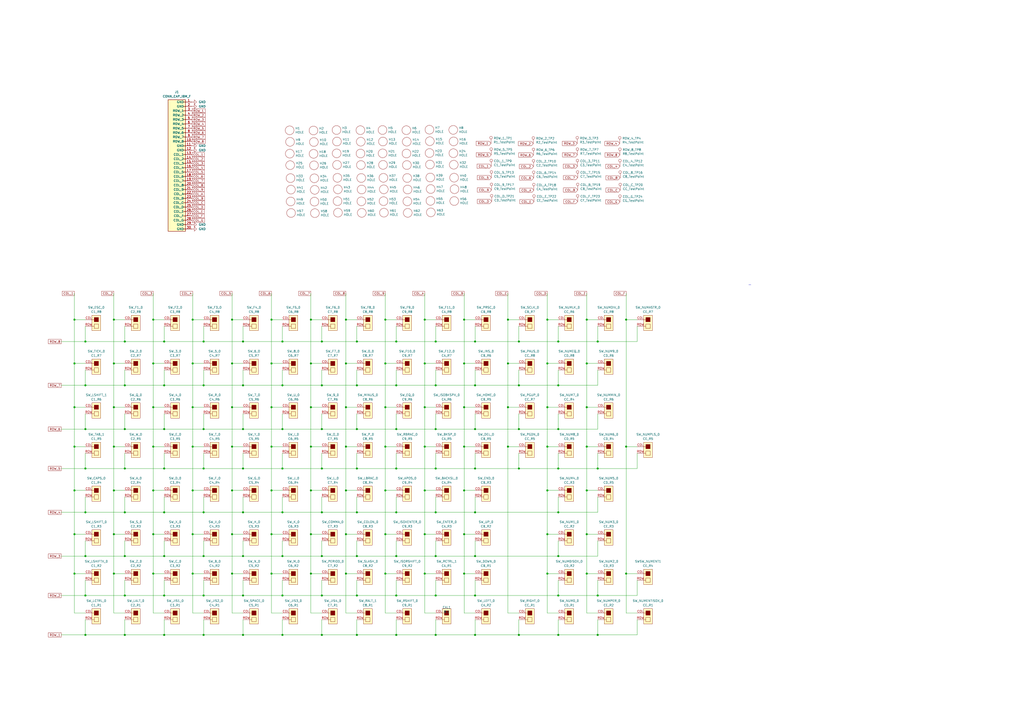
<source format=kicad_sch>
(kicad_sch (version 20210621) (generator eeschema)
  (paper "A2")
  (junction (at 43.18 185.42) (diameter 1.016))
  (junction (at 43.18 210.82) (diameter 1.016))
  (junction (at 43.18 236.22) (diameter 1.016))
  (junction (at 43.18 259.08) (diameter 1.016))
  (junction (at 43.18 284.48) (diameter 1.016))
  (junction (at 43.18 309.88) (diameter 1.016))
  (junction (at 43.18 332.74) (diameter 1.016))
  (junction (at 49.53 198.12) (diameter 1.016))
  (junction (at 49.53 223.52) (diameter 1.016))
  (junction (at 49.53 248.92) (diameter 1.016))
  (junction (at 49.53 271.78) (diameter 1.016))
  (junction (at 49.53 297.18) (diameter 1.016))
  (junction (at 49.53 322.58) (diameter 1.016))
  (junction (at 49.53 345.44) (diameter 1.016))
  (junction (at 49.53 368.3) (diameter 1.016))
  (junction (at 66.04 185.42) (diameter 1.016))
  (junction (at 66.04 210.82) (diameter 1.016))
  (junction (at 66.04 236.22) (diameter 1.016))
  (junction (at 66.04 259.08) (diameter 1.016))
  (junction (at 66.04 284.48) (diameter 1.016))
  (junction (at 66.04 309.88) (diameter 1.016))
  (junction (at 66.04 332.74) (diameter 1.016))
  (junction (at 72.39 198.12) (diameter 1.016))
  (junction (at 72.39 223.52) (diameter 1.016))
  (junction (at 72.39 248.92) (diameter 1.016))
  (junction (at 72.39 271.78) (diameter 1.016))
  (junction (at 72.39 297.18) (diameter 1.016))
  (junction (at 72.39 322.58) (diameter 1.016))
  (junction (at 72.39 345.44) (diameter 1.016))
  (junction (at 72.39 368.3) (diameter 1.016))
  (junction (at 88.9 185.42) (diameter 1.016))
  (junction (at 88.9 210.82) (diameter 1.016))
  (junction (at 88.9 236.22) (diameter 1.016))
  (junction (at 88.9 259.08) (diameter 1.016))
  (junction (at 88.9 284.48) (diameter 1.016))
  (junction (at 88.9 309.88) (diameter 1.016))
  (junction (at 88.9 332.74) (diameter 1.016))
  (junction (at 95.25 198.12) (diameter 1.016))
  (junction (at 95.25 223.52) (diameter 1.016))
  (junction (at 95.25 248.92) (diameter 1.016))
  (junction (at 95.25 271.78) (diameter 1.016))
  (junction (at 95.25 297.18) (diameter 1.016))
  (junction (at 95.25 322.58) (diameter 1.016))
  (junction (at 95.25 345.44) (diameter 1.016))
  (junction (at 95.25 368.3) (diameter 1.016))
  (junction (at 111.76 185.42) (diameter 1.016))
  (junction (at 111.76 210.82) (diameter 1.016))
  (junction (at 111.76 236.22) (diameter 1.016))
  (junction (at 111.76 259.08) (diameter 1.016))
  (junction (at 111.76 284.48) (diameter 1.016))
  (junction (at 111.76 309.88) (diameter 1.016))
  (junction (at 111.76 332.74) (diameter 1.016))
  (junction (at 118.11 198.12) (diameter 1.016))
  (junction (at 118.11 223.52) (diameter 1.016))
  (junction (at 118.11 248.92) (diameter 1.016))
  (junction (at 118.11 271.78) (diameter 1.016))
  (junction (at 118.11 297.18) (diameter 1.016))
  (junction (at 118.11 322.58) (diameter 1.016))
  (junction (at 118.11 345.44) (diameter 1.016))
  (junction (at 118.11 368.3) (diameter 1.016))
  (junction (at 134.62 185.42) (diameter 1.016))
  (junction (at 134.62 210.82) (diameter 1.016))
  (junction (at 134.62 236.22) (diameter 1.016))
  (junction (at 134.62 259.08) (diameter 1.016))
  (junction (at 134.62 284.48) (diameter 1.016))
  (junction (at 134.62 309.88) (diameter 1.016))
  (junction (at 134.62 332.74) (diameter 1.016))
  (junction (at 140.97 198.12) (diameter 1.016))
  (junction (at 140.97 223.52) (diameter 1.016))
  (junction (at 140.97 248.92) (diameter 1.016))
  (junction (at 140.97 271.78) (diameter 1.016))
  (junction (at 140.97 297.18) (diameter 1.016))
  (junction (at 140.97 322.58) (diameter 1.016))
  (junction (at 140.97 345.44) (diameter 1.016))
  (junction (at 140.97 368.3) (diameter 1.016))
  (junction (at 157.48 185.42) (diameter 1.016))
  (junction (at 157.48 210.82) (diameter 1.016))
  (junction (at 157.48 236.22) (diameter 1.016))
  (junction (at 157.48 259.08) (diameter 1.016))
  (junction (at 157.48 284.48) (diameter 1.016))
  (junction (at 157.48 309.88) (diameter 1.016))
  (junction (at 157.48 332.74) (diameter 1.016))
  (junction (at 163.83 198.12) (diameter 1.016))
  (junction (at 163.83 223.52) (diameter 1.016))
  (junction (at 163.83 248.92) (diameter 1.016))
  (junction (at 163.83 271.78) (diameter 1.016))
  (junction (at 163.83 297.18) (diameter 1.016))
  (junction (at 163.83 322.58) (diameter 1.016))
  (junction (at 163.83 345.44) (diameter 1.016))
  (junction (at 163.83 368.3) (diameter 1.016))
  (junction (at 180.34 185.42) (diameter 1.016))
  (junction (at 180.34 210.82) (diameter 1.016))
  (junction (at 180.34 236.22) (diameter 1.016))
  (junction (at 180.34 259.08) (diameter 1.016))
  (junction (at 180.34 284.48) (diameter 1.016))
  (junction (at 180.34 309.88) (diameter 1.016))
  (junction (at 180.34 332.74) (diameter 1.016))
  (junction (at 186.69 198.12) (diameter 1.016))
  (junction (at 186.69 223.52) (diameter 1.016))
  (junction (at 186.69 248.92) (diameter 1.016))
  (junction (at 186.69 271.78) (diameter 1.016))
  (junction (at 186.69 297.18) (diameter 1.016))
  (junction (at 186.69 322.58) (diameter 1.016))
  (junction (at 186.69 345.44) (diameter 1.016))
  (junction (at 186.69 368.3) (diameter 1.016))
  (junction (at 200.66 185.42) (diameter 1.016))
  (junction (at 200.66 210.82) (diameter 1.016))
  (junction (at 200.66 236.22) (diameter 1.016))
  (junction (at 200.66 259.08) (diameter 1.016))
  (junction (at 200.66 284.48) (diameter 1.016))
  (junction (at 200.66 309.88) (diameter 1.016))
  (junction (at 200.66 332.74) (diameter 1.016))
  (junction (at 207.01 198.12) (diameter 1.016))
  (junction (at 207.01 223.52) (diameter 1.016))
  (junction (at 207.01 248.92) (diameter 1.016))
  (junction (at 207.01 271.78) (diameter 1.016))
  (junction (at 207.01 297.18) (diameter 1.016))
  (junction (at 207.01 322.58) (diameter 1.016))
  (junction (at 207.01 345.44) (diameter 1.016))
  (junction (at 207.01 368.3) (diameter 1.016))
  (junction (at 223.52 185.42) (diameter 1.016))
  (junction (at 223.52 210.82) (diameter 1.016))
  (junction (at 223.52 236.22) (diameter 1.016))
  (junction (at 223.52 259.08) (diameter 1.016))
  (junction (at 223.52 284.48) (diameter 1.016))
  (junction (at 223.52 309.88) (diameter 1.016))
  (junction (at 223.52 332.74) (diameter 1.016))
  (junction (at 229.87 198.12) (diameter 1.016))
  (junction (at 229.87 223.52) (diameter 1.016))
  (junction (at 229.87 248.92) (diameter 1.016))
  (junction (at 229.87 271.78) (diameter 1.016))
  (junction (at 229.87 297.18) (diameter 1.016))
  (junction (at 229.87 322.58) (diameter 1.016))
  (junction (at 229.87 345.44) (diameter 1.016))
  (junction (at 229.87 368.3) (diameter 1.016))
  (junction (at 246.38 185.42) (diameter 1.016))
  (junction (at 246.38 210.82) (diameter 1.016))
  (junction (at 246.38 236.22) (diameter 1.016))
  (junction (at 246.38 259.08) (diameter 1.016))
  (junction (at 246.38 284.48) (diameter 1.016))
  (junction (at 246.38 309.88) (diameter 1.016))
  (junction (at 246.38 332.74) (diameter 1.016))
  (junction (at 252.73 198.12) (diameter 1.016))
  (junction (at 252.73 223.52) (diameter 1.016))
  (junction (at 252.73 248.92) (diameter 1.016))
  (junction (at 252.73 271.78) (diameter 1.016))
  (junction (at 252.73 297.18) (diameter 1.016))
  (junction (at 252.73 322.58) (diameter 1.016))
  (junction (at 252.73 345.44) (diameter 1.016))
  (junction (at 252.73 368.3) (diameter 1.016))
  (junction (at 269.24 185.42) (diameter 1.016))
  (junction (at 269.24 210.82) (diameter 1.016))
  (junction (at 269.24 236.22) (diameter 1.016))
  (junction (at 269.24 259.08) (diameter 1.016))
  (junction (at 269.24 284.48) (diameter 1.016))
  (junction (at 269.24 309.88) (diameter 1.016))
  (junction (at 269.24 332.74) (diameter 1.016))
  (junction (at 275.59 198.12) (diameter 1.016))
  (junction (at 275.59 223.52) (diameter 1.016))
  (junction (at 275.59 248.92) (diameter 1.016))
  (junction (at 275.59 271.78) (diameter 1.016))
  (junction (at 275.59 297.18) (diameter 1.016))
  (junction (at 275.59 322.58) (diameter 1.016))
  (junction (at 275.59 345.44) (diameter 1.016))
  (junction (at 275.59 368.3) (diameter 1.016))
  (junction (at 294.64 185.42) (diameter 1.016))
  (junction (at 294.64 210.82) (diameter 1.016))
  (junction (at 294.64 236.22) (diameter 1.016))
  (junction (at 294.64 259.08) (diameter 1.016))
  (junction (at 300.99 198.12) (diameter 1.016))
  (junction (at 300.99 223.52) (diameter 1.016))
  (junction (at 300.99 248.92) (diameter 1.016))
  (junction (at 300.99 271.78) (diameter 1.016))
  (junction (at 300.99 368.3) (diameter 1.016))
  (junction (at 317.5 185.42) (diameter 1.016))
  (junction (at 317.5 210.82) (diameter 1.016))
  (junction (at 317.5 236.22) (diameter 1.016))
  (junction (at 317.5 259.08) (diameter 1.016))
  (junction (at 317.5 284.48) (diameter 1.016))
  (junction (at 317.5 309.88) (diameter 1.016))
  (junction (at 317.5 332.74) (diameter 1.016))
  (junction (at 323.85 198.12) (diameter 1.016))
  (junction (at 323.85 223.52) (diameter 1.016))
  (junction (at 323.85 248.92) (diameter 1.016))
  (junction (at 323.85 271.78) (diameter 1.016))
  (junction (at 323.85 297.18) (diameter 1.016))
  (junction (at 323.85 322.58) (diameter 1.016))
  (junction (at 323.85 345.44) (diameter 1.016))
  (junction (at 323.85 368.3) (diameter 1.016))
  (junction (at 340.36 185.42) (diameter 1.016))
  (junction (at 340.36 210.82) (diameter 1.016))
  (junction (at 340.36 236.22) (diameter 1.016))
  (junction (at 340.36 259.08) (diameter 1.016))
  (junction (at 340.36 284.48) (diameter 1.016))
  (junction (at 340.36 309.88) (diameter 1.016))
  (junction (at 340.36 332.74) (diameter 1.016))
  (junction (at 346.71 198.12) (diameter 1.016))
  (junction (at 346.71 271.78) (diameter 1.016))
  (junction (at 346.71 345.44) (diameter 1.016))
  (junction (at 346.71 368.3) (diameter 1.016))
  (junction (at 363.22 185.42) (diameter 1.016))
  (junction (at 363.22 259.08) (diameter 1.016))
  (junction (at 363.22 332.74) (diameter 1.016))
  (wire (pts (xy 35.56 198.12) (xy 49.53 198.12)))
  (wire (pts (xy 35.56 223.52) (xy 49.53 223.52)))
  (wire (pts (xy 35.56 248.92) (xy 49.53 248.92)))
  (wire (pts (xy 35.56 271.78) (xy 49.53 271.78)))
  (wire (pts (xy 35.56 297.18) (xy 49.53 297.18)))
  (wire (pts (xy 35.56 322.58) (xy 49.53 322.58)))
  (wire (pts (xy 35.56 345.44) (xy 49.53 345.44)))
  (wire (pts (xy 35.56 368.3) (xy 49.53 368.3)))
  (wire (pts (xy 43.18 170.18) (xy 43.18 185.42)))
  (wire (pts (xy 43.18 185.42) (xy 43.18 210.82)))
  (wire (pts (xy 43.18 185.42) (xy 49.53 185.42)))
  (wire (pts (xy 43.18 210.82) (xy 43.18 236.22)))
  (wire (pts (xy 43.18 210.82) (xy 49.53 210.82)))
  (wire (pts (xy 43.18 236.22) (xy 43.18 259.08)))
  (wire (pts (xy 43.18 236.22) (xy 49.53 236.22)))
  (wire (pts (xy 43.18 259.08) (xy 43.18 284.48)))
  (wire (pts (xy 43.18 259.08) (xy 49.53 259.08)))
  (wire (pts (xy 43.18 284.48) (xy 43.18 309.88)))
  (wire (pts (xy 43.18 284.48) (xy 49.53 284.48)))
  (wire (pts (xy 43.18 309.88) (xy 43.18 332.74)))
  (wire (pts (xy 43.18 309.88) (xy 49.53 309.88)))
  (wire (pts (xy 43.18 332.74) (xy 43.18 355.6)))
  (wire (pts (xy 43.18 332.74) (xy 49.53 332.74)))
  (wire (pts (xy 43.18 355.6) (xy 49.53 355.6)))
  (wire (pts (xy 49.53 189.23) (xy 49.53 198.12)))
  (wire (pts (xy 49.53 198.12) (xy 72.39 198.12)))
  (wire (pts (xy 49.53 214.63) (xy 49.53 223.52)))
  (wire (pts (xy 49.53 223.52) (xy 72.39 223.52)))
  (wire (pts (xy 49.53 240.03) (xy 49.53 248.92)))
  (wire (pts (xy 49.53 248.92) (xy 72.39 248.92)))
  (wire (pts (xy 49.53 262.89) (xy 49.53 271.78)))
  (wire (pts (xy 49.53 271.78) (xy 72.39 271.78)))
  (wire (pts (xy 49.53 288.29) (xy 49.53 297.18)))
  (wire (pts (xy 49.53 297.18) (xy 72.39 297.18)))
  (wire (pts (xy 49.53 313.69) (xy 49.53 322.58)))
  (wire (pts (xy 49.53 322.58) (xy 72.39 322.58)))
  (wire (pts (xy 49.53 336.55) (xy 49.53 345.44)))
  (wire (pts (xy 49.53 345.44) (xy 72.39 345.44)))
  (wire (pts (xy 49.53 359.41) (xy 49.53 368.3)))
  (wire (pts (xy 49.53 368.3) (xy 72.39 368.3)))
  (wire (pts (xy 66.04 170.18) (xy 66.04 185.42)))
  (wire (pts (xy 66.04 185.42) (xy 66.04 210.82)))
  (wire (pts (xy 66.04 185.42) (xy 72.39 185.42)))
  (wire (pts (xy 66.04 210.82) (xy 66.04 236.22)))
  (wire (pts (xy 66.04 210.82) (xy 72.39 210.82)))
  (wire (pts (xy 66.04 236.22) (xy 66.04 259.08)))
  (wire (pts (xy 66.04 236.22) (xy 72.39 236.22)))
  (wire (pts (xy 66.04 259.08) (xy 66.04 284.48)))
  (wire (pts (xy 66.04 259.08) (xy 72.39 259.08)))
  (wire (pts (xy 66.04 284.48) (xy 66.04 309.88)))
  (wire (pts (xy 66.04 284.48) (xy 72.39 284.48)))
  (wire (pts (xy 66.04 309.88) (xy 66.04 332.74)))
  (wire (pts (xy 66.04 309.88) (xy 72.39 309.88)))
  (wire (pts (xy 66.04 332.74) (xy 66.04 355.6)))
  (wire (pts (xy 66.04 332.74) (xy 72.39 332.74)))
  (wire (pts (xy 66.04 355.6) (xy 72.39 355.6)))
  (wire (pts (xy 72.39 189.23) (xy 72.39 198.12)))
  (wire (pts (xy 72.39 198.12) (xy 95.25 198.12)))
  (wire (pts (xy 72.39 214.63) (xy 72.39 223.52)))
  (wire (pts (xy 72.39 223.52) (xy 95.25 223.52)))
  (wire (pts (xy 72.39 240.03) (xy 72.39 248.92)))
  (wire (pts (xy 72.39 248.92) (xy 95.25 248.92)))
  (wire (pts (xy 72.39 262.89) (xy 72.39 271.78)))
  (wire (pts (xy 72.39 271.78) (xy 95.25 271.78)))
  (wire (pts (xy 72.39 288.29) (xy 72.39 297.18)))
  (wire (pts (xy 72.39 297.18) (xy 95.25 297.18)))
  (wire (pts (xy 72.39 313.69) (xy 72.39 322.58)))
  (wire (pts (xy 72.39 322.58) (xy 95.25 322.58)))
  (wire (pts (xy 72.39 336.55) (xy 72.39 345.44)))
  (wire (pts (xy 72.39 345.44) (xy 95.25 345.44)))
  (wire (pts (xy 72.39 359.41) (xy 72.39 368.3)))
  (wire (pts (xy 72.39 368.3) (xy 95.25 368.3)))
  (wire (pts (xy 88.9 170.18) (xy 88.9 185.42)))
  (wire (pts (xy 88.9 185.42) (xy 88.9 210.82)))
  (wire (pts (xy 88.9 185.42) (xy 95.25 185.42)))
  (wire (pts (xy 88.9 210.82) (xy 88.9 236.22)))
  (wire (pts (xy 88.9 210.82) (xy 95.25 210.82)))
  (wire (pts (xy 88.9 236.22) (xy 88.9 259.08)))
  (wire (pts (xy 88.9 236.22) (xy 95.25 236.22)))
  (wire (pts (xy 88.9 259.08) (xy 88.9 284.48)))
  (wire (pts (xy 88.9 259.08) (xy 95.25 259.08)))
  (wire (pts (xy 88.9 284.48) (xy 88.9 309.88)))
  (wire (pts (xy 88.9 284.48) (xy 95.25 284.48)))
  (wire (pts (xy 88.9 309.88) (xy 88.9 332.74)))
  (wire (pts (xy 88.9 309.88) (xy 95.25 309.88)))
  (wire (pts (xy 88.9 332.74) (xy 88.9 355.6)))
  (wire (pts (xy 88.9 332.74) (xy 95.25 332.74)))
  (wire (pts (xy 88.9 355.6) (xy 95.25 355.6)))
  (wire (pts (xy 95.25 189.23) (xy 95.25 198.12)))
  (wire (pts (xy 95.25 198.12) (xy 118.11 198.12)))
  (wire (pts (xy 95.25 214.63) (xy 95.25 223.52)))
  (wire (pts (xy 95.25 223.52) (xy 118.11 223.52)))
  (wire (pts (xy 95.25 240.03) (xy 95.25 248.92)))
  (wire (pts (xy 95.25 248.92) (xy 118.11 248.92)))
  (wire (pts (xy 95.25 262.89) (xy 95.25 271.78)))
  (wire (pts (xy 95.25 271.78) (xy 118.11 271.78)))
  (wire (pts (xy 95.25 288.29) (xy 95.25 297.18)))
  (wire (pts (xy 95.25 297.18) (xy 118.11 297.18)))
  (wire (pts (xy 95.25 313.69) (xy 95.25 322.58)))
  (wire (pts (xy 95.25 322.58) (xy 118.11 322.58)))
  (wire (pts (xy 95.25 336.55) (xy 95.25 345.44)))
  (wire (pts (xy 95.25 345.44) (xy 118.11 345.44)))
  (wire (pts (xy 95.25 359.41) (xy 95.25 368.3)))
  (wire (pts (xy 95.25 368.3) (xy 118.11 368.3)))
  (wire (pts (xy 111.76 170.18) (xy 111.76 185.42)))
  (wire (pts (xy 111.76 185.42) (xy 111.76 210.82)))
  (wire (pts (xy 111.76 185.42) (xy 118.11 185.42)))
  (wire (pts (xy 111.76 210.82) (xy 111.76 236.22)))
  (wire (pts (xy 111.76 210.82) (xy 118.11 210.82)))
  (wire (pts (xy 111.76 236.22) (xy 111.76 259.08)))
  (wire (pts (xy 111.76 236.22) (xy 118.11 236.22)))
  (wire (pts (xy 111.76 259.08) (xy 111.76 284.48)))
  (wire (pts (xy 111.76 259.08) (xy 118.11 259.08)))
  (wire (pts (xy 111.76 284.48) (xy 111.76 309.88)))
  (wire (pts (xy 111.76 284.48) (xy 118.11 284.48)))
  (wire (pts (xy 111.76 309.88) (xy 111.76 332.74)))
  (wire (pts (xy 111.76 309.88) (xy 118.11 309.88)))
  (wire (pts (xy 111.76 332.74) (xy 111.76 355.6)))
  (wire (pts (xy 111.76 332.74) (xy 118.11 332.74)))
  (wire (pts (xy 111.76 355.6) (xy 118.11 355.6)))
  (wire (pts (xy 118.11 189.23) (xy 118.11 198.12)))
  (wire (pts (xy 118.11 198.12) (xy 140.97 198.12)))
  (wire (pts (xy 118.11 214.63) (xy 118.11 223.52)))
  (wire (pts (xy 118.11 223.52) (xy 140.97 223.52)))
  (wire (pts (xy 118.11 240.03) (xy 118.11 248.92)))
  (wire (pts (xy 118.11 248.92) (xy 140.97 248.92)))
  (wire (pts (xy 118.11 262.89) (xy 118.11 271.78)))
  (wire (pts (xy 118.11 271.78) (xy 140.97 271.78)))
  (wire (pts (xy 118.11 288.29) (xy 118.11 297.18)))
  (wire (pts (xy 118.11 297.18) (xy 140.97 297.18)))
  (wire (pts (xy 118.11 313.69) (xy 118.11 322.58)))
  (wire (pts (xy 118.11 322.58) (xy 140.97 322.58)))
  (wire (pts (xy 118.11 336.55) (xy 118.11 345.44)))
  (wire (pts (xy 118.11 345.44) (xy 140.97 345.44)))
  (wire (pts (xy 118.11 359.41) (xy 118.11 368.3)))
  (wire (pts (xy 118.11 368.3) (xy 140.97 368.3)))
  (wire (pts (xy 134.62 170.18) (xy 134.62 185.42)))
  (wire (pts (xy 134.62 185.42) (xy 134.62 210.82)))
  (wire (pts (xy 134.62 185.42) (xy 140.97 185.42)))
  (wire (pts (xy 134.62 210.82) (xy 134.62 236.22)))
  (wire (pts (xy 134.62 210.82) (xy 140.97 210.82)))
  (wire (pts (xy 134.62 236.22) (xy 134.62 259.08)))
  (wire (pts (xy 134.62 236.22) (xy 140.97 236.22)))
  (wire (pts (xy 134.62 259.08) (xy 134.62 284.48)))
  (wire (pts (xy 134.62 259.08) (xy 140.97 259.08)))
  (wire (pts (xy 134.62 284.48) (xy 134.62 309.88)))
  (wire (pts (xy 134.62 284.48) (xy 140.97 284.48)))
  (wire (pts (xy 134.62 309.88) (xy 134.62 332.74)))
  (wire (pts (xy 134.62 309.88) (xy 140.97 309.88)))
  (wire (pts (xy 134.62 332.74) (xy 134.62 355.6)))
  (wire (pts (xy 134.62 332.74) (xy 140.97 332.74)))
  (wire (pts (xy 134.62 355.6) (xy 140.97 355.6)))
  (wire (pts (xy 140.97 189.23) (xy 140.97 198.12)))
  (wire (pts (xy 140.97 198.12) (xy 163.83 198.12)))
  (wire (pts (xy 140.97 214.63) (xy 140.97 223.52)))
  (wire (pts (xy 140.97 223.52) (xy 163.83 223.52)))
  (wire (pts (xy 140.97 240.03) (xy 140.97 248.92)))
  (wire (pts (xy 140.97 248.92) (xy 163.83 248.92)))
  (wire (pts (xy 140.97 262.89) (xy 140.97 271.78)))
  (wire (pts (xy 140.97 271.78) (xy 163.83 271.78)))
  (wire (pts (xy 140.97 288.29) (xy 140.97 297.18)))
  (wire (pts (xy 140.97 297.18) (xy 163.83 297.18)))
  (wire (pts (xy 140.97 313.69) (xy 140.97 322.58)))
  (wire (pts (xy 140.97 322.58) (xy 163.83 322.58)))
  (wire (pts (xy 140.97 336.55) (xy 140.97 345.44)))
  (wire (pts (xy 140.97 345.44) (xy 163.83 345.44)))
  (wire (pts (xy 140.97 359.41) (xy 140.97 368.3)))
  (wire (pts (xy 140.97 368.3) (xy 163.83 368.3)))
  (wire (pts (xy 157.48 170.18) (xy 157.48 185.42)))
  (wire (pts (xy 157.48 185.42) (xy 157.48 210.82)))
  (wire (pts (xy 157.48 185.42) (xy 163.83 185.42)))
  (wire (pts (xy 157.48 210.82) (xy 157.48 236.22)))
  (wire (pts (xy 157.48 210.82) (xy 163.83 210.82)))
  (wire (pts (xy 157.48 236.22) (xy 157.48 259.08)))
  (wire (pts (xy 157.48 236.22) (xy 163.83 236.22)))
  (wire (pts (xy 157.48 259.08) (xy 157.48 284.48)))
  (wire (pts (xy 157.48 259.08) (xy 163.83 259.08)))
  (wire (pts (xy 157.48 284.48) (xy 157.48 309.88)))
  (wire (pts (xy 157.48 284.48) (xy 163.83 284.48)))
  (wire (pts (xy 157.48 309.88) (xy 157.48 332.74)))
  (wire (pts (xy 157.48 309.88) (xy 163.83 309.88)))
  (wire (pts (xy 157.48 332.74) (xy 157.48 355.6)))
  (wire (pts (xy 157.48 332.74) (xy 163.83 332.74)))
  (wire (pts (xy 157.48 355.6) (xy 163.83 355.6)))
  (wire (pts (xy 163.83 189.23) (xy 163.83 198.12)))
  (wire (pts (xy 163.83 198.12) (xy 186.69 198.12)))
  (wire (pts (xy 163.83 214.63) (xy 163.83 223.52)))
  (wire (pts (xy 163.83 223.52) (xy 186.69 223.52)))
  (wire (pts (xy 163.83 240.03) (xy 163.83 248.92)))
  (wire (pts (xy 163.83 248.92) (xy 186.69 248.92)))
  (wire (pts (xy 163.83 262.89) (xy 163.83 271.78)))
  (wire (pts (xy 163.83 271.78) (xy 186.69 271.78)))
  (wire (pts (xy 163.83 288.29) (xy 163.83 297.18)))
  (wire (pts (xy 163.83 297.18) (xy 186.69 297.18)))
  (wire (pts (xy 163.83 313.69) (xy 163.83 322.58)))
  (wire (pts (xy 163.83 322.58) (xy 186.69 322.58)))
  (wire (pts (xy 163.83 336.55) (xy 163.83 345.44)))
  (wire (pts (xy 163.83 345.44) (xy 186.69 345.44)))
  (wire (pts (xy 163.83 359.41) (xy 163.83 368.3)))
  (wire (pts (xy 163.83 368.3) (xy 186.69 368.3)))
  (wire (pts (xy 180.34 170.18) (xy 180.34 185.42)))
  (wire (pts (xy 180.34 185.42) (xy 180.34 210.82)))
  (wire (pts (xy 180.34 185.42) (xy 186.69 185.42)))
  (wire (pts (xy 180.34 210.82) (xy 180.34 236.22)))
  (wire (pts (xy 180.34 210.82) (xy 186.69 210.82)))
  (wire (pts (xy 180.34 236.22) (xy 180.34 259.08)))
  (wire (pts (xy 180.34 236.22) (xy 186.69 236.22)))
  (wire (pts (xy 180.34 259.08) (xy 180.34 284.48)))
  (wire (pts (xy 180.34 259.08) (xy 186.69 259.08)))
  (wire (pts (xy 180.34 284.48) (xy 180.34 309.88)))
  (wire (pts (xy 180.34 284.48) (xy 186.69 284.48)))
  (wire (pts (xy 180.34 309.88) (xy 180.34 332.74)))
  (wire (pts (xy 180.34 309.88) (xy 186.69 309.88)))
  (wire (pts (xy 180.34 332.74) (xy 180.34 355.6)))
  (wire (pts (xy 180.34 332.74) (xy 186.69 332.74)))
  (wire (pts (xy 180.34 355.6) (xy 186.69 355.6)))
  (wire (pts (xy 186.69 189.23) (xy 186.69 198.12)))
  (wire (pts (xy 186.69 198.12) (xy 207.01 198.12)))
  (wire (pts (xy 186.69 214.63) (xy 186.69 223.52)))
  (wire (pts (xy 186.69 223.52) (xy 207.01 223.52)))
  (wire (pts (xy 186.69 240.03) (xy 186.69 248.92)))
  (wire (pts (xy 186.69 248.92) (xy 207.01 248.92)))
  (wire (pts (xy 186.69 262.89) (xy 186.69 271.78)))
  (wire (pts (xy 186.69 271.78) (xy 207.01 271.78)))
  (wire (pts (xy 186.69 288.29) (xy 186.69 297.18)))
  (wire (pts (xy 186.69 297.18) (xy 207.01 297.18)))
  (wire (pts (xy 186.69 313.69) (xy 186.69 322.58)))
  (wire (pts (xy 186.69 322.58) (xy 207.01 322.58)))
  (wire (pts (xy 186.69 336.55) (xy 186.69 345.44)))
  (wire (pts (xy 186.69 345.44) (xy 207.01 345.44)))
  (wire (pts (xy 186.69 359.41) (xy 186.69 368.3)))
  (wire (pts (xy 186.69 368.3) (xy 207.01 368.3)))
  (wire (pts (xy 200.66 170.18) (xy 200.66 185.42)))
  (wire (pts (xy 200.66 185.42) (xy 200.66 210.82)))
  (wire (pts (xy 200.66 185.42) (xy 207.01 185.42)))
  (wire (pts (xy 200.66 210.82) (xy 200.66 236.22)))
  (wire (pts (xy 200.66 210.82) (xy 207.01 210.82)))
  (wire (pts (xy 200.66 236.22) (xy 200.66 259.08)))
  (wire (pts (xy 200.66 236.22) (xy 207.01 236.22)))
  (wire (pts (xy 200.66 259.08) (xy 200.66 284.48)))
  (wire (pts (xy 200.66 259.08) (xy 207.01 259.08)))
  (wire (pts (xy 200.66 284.48) (xy 200.66 309.88)))
  (wire (pts (xy 200.66 284.48) (xy 207.01 284.48)))
  (wire (pts (xy 200.66 309.88) (xy 200.66 332.74)))
  (wire (pts (xy 200.66 309.88) (xy 207.01 309.88)))
  (wire (pts (xy 200.66 332.74) (xy 200.66 355.6)))
  (wire (pts (xy 200.66 332.74) (xy 207.01 332.74)))
  (wire (pts (xy 200.66 355.6) (xy 207.01 355.6)))
  (wire (pts (xy 207.01 189.23) (xy 207.01 198.12)))
  (wire (pts (xy 207.01 198.12) (xy 229.87 198.12)))
  (wire (pts (xy 207.01 214.63) (xy 207.01 223.52)))
  (wire (pts (xy 207.01 223.52) (xy 229.87 223.52)))
  (wire (pts (xy 207.01 240.03) (xy 207.01 248.92)))
  (wire (pts (xy 207.01 248.92) (xy 229.87 248.92)))
  (wire (pts (xy 207.01 262.89) (xy 207.01 271.78)))
  (wire (pts (xy 207.01 271.78) (xy 229.87 271.78)))
  (wire (pts (xy 207.01 288.29) (xy 207.01 297.18)))
  (wire (pts (xy 207.01 297.18) (xy 229.87 297.18)))
  (wire (pts (xy 207.01 313.69) (xy 207.01 322.58)))
  (wire (pts (xy 207.01 322.58) (xy 229.87 322.58)))
  (wire (pts (xy 207.01 336.55) (xy 207.01 345.44)))
  (wire (pts (xy 207.01 345.44) (xy 229.87 345.44)))
  (wire (pts (xy 207.01 359.41) (xy 207.01 368.3)))
  (wire (pts (xy 207.01 368.3) (xy 229.87 368.3)))
  (wire (pts (xy 223.52 170.18) (xy 223.52 185.42)))
  (wire (pts (xy 223.52 185.42) (xy 223.52 210.82)))
  (wire (pts (xy 223.52 185.42) (xy 229.87 185.42)))
  (wire (pts (xy 223.52 210.82) (xy 223.52 236.22)))
  (wire (pts (xy 223.52 210.82) (xy 229.87 210.82)))
  (wire (pts (xy 223.52 236.22) (xy 223.52 259.08)))
  (wire (pts (xy 223.52 236.22) (xy 229.87 236.22)))
  (wire (pts (xy 223.52 259.08) (xy 223.52 284.48)))
  (wire (pts (xy 223.52 259.08) (xy 229.87 259.08)))
  (wire (pts (xy 223.52 284.48) (xy 223.52 309.88)))
  (wire (pts (xy 223.52 284.48) (xy 229.87 284.48)))
  (wire (pts (xy 223.52 309.88) (xy 223.52 332.74)))
  (wire (pts (xy 223.52 309.88) (xy 229.87 309.88)))
  (wire (pts (xy 223.52 332.74) (xy 223.52 355.6)))
  (wire (pts (xy 223.52 332.74) (xy 229.87 332.74)))
  (wire (pts (xy 223.52 355.6) (xy 229.87 355.6)))
  (wire (pts (xy 229.87 189.23) (xy 229.87 198.12)))
  (wire (pts (xy 229.87 198.12) (xy 252.73 198.12)))
  (wire (pts (xy 229.87 214.63) (xy 229.87 223.52)))
  (wire (pts (xy 229.87 223.52) (xy 252.73 223.52)))
  (wire (pts (xy 229.87 240.03) (xy 229.87 248.92)))
  (wire (pts (xy 229.87 248.92) (xy 252.73 248.92)))
  (wire (pts (xy 229.87 262.89) (xy 229.87 271.78)))
  (wire (pts (xy 229.87 271.78) (xy 252.73 271.78)))
  (wire (pts (xy 229.87 288.29) (xy 229.87 297.18)))
  (wire (pts (xy 229.87 297.18) (xy 252.73 297.18)))
  (wire (pts (xy 229.87 313.69) (xy 229.87 322.58)))
  (wire (pts (xy 229.87 322.58) (xy 252.73 322.58)))
  (wire (pts (xy 229.87 336.55) (xy 229.87 345.44)))
  (wire (pts (xy 229.87 345.44) (xy 252.73 345.44)))
  (wire (pts (xy 229.87 359.41) (xy 229.87 368.3)))
  (wire (pts (xy 229.87 368.3) (xy 252.73 368.3)))
  (wire (pts (xy 246.38 170.18) (xy 246.38 185.42)))
  (wire (pts (xy 246.38 185.42) (xy 246.38 210.82)))
  (wire (pts (xy 246.38 185.42) (xy 252.73 185.42)))
  (wire (pts (xy 246.38 210.82) (xy 246.38 236.22)))
  (wire (pts (xy 246.38 210.82) (xy 252.73 210.82)))
  (wire (pts (xy 246.38 236.22) (xy 246.38 259.08)))
  (wire (pts (xy 246.38 236.22) (xy 252.73 236.22)))
  (wire (pts (xy 246.38 259.08) (xy 246.38 284.48)))
  (wire (pts (xy 246.38 259.08) (xy 252.73 259.08)))
  (wire (pts (xy 246.38 284.48) (xy 246.38 309.88)))
  (wire (pts (xy 246.38 284.48) (xy 252.73 284.48)))
  (wire (pts (xy 246.38 309.88) (xy 246.38 332.74)))
  (wire (pts (xy 246.38 309.88) (xy 252.73 309.88)))
  (wire (pts (xy 246.38 332.74) (xy 246.38 355.6)))
  (wire (pts (xy 246.38 332.74) (xy 252.73 332.74)))
  (wire (pts (xy 246.38 355.6) (xy 252.73 355.6)))
  (wire (pts (xy 252.73 189.23) (xy 252.73 198.12)))
  (wire (pts (xy 252.73 198.12) (xy 275.59 198.12)))
  (wire (pts (xy 252.73 214.63) (xy 252.73 223.52)))
  (wire (pts (xy 252.73 223.52) (xy 275.59 223.52)))
  (wire (pts (xy 252.73 240.03) (xy 252.73 248.92)))
  (wire (pts (xy 252.73 248.92) (xy 275.59 248.92)))
  (wire (pts (xy 252.73 262.89) (xy 252.73 271.78)))
  (wire (pts (xy 252.73 271.78) (xy 275.59 271.78)))
  (wire (pts (xy 252.73 288.29) (xy 252.73 297.18)))
  (wire (pts (xy 252.73 297.18) (xy 275.59 297.18)))
  (wire (pts (xy 252.73 313.69) (xy 252.73 322.58)))
  (wire (pts (xy 252.73 322.58) (xy 275.59 322.58)))
  (wire (pts (xy 252.73 336.55) (xy 252.73 345.44)))
  (wire (pts (xy 252.73 345.44) (xy 275.59 345.44)))
  (wire (pts (xy 252.73 359.41) (xy 252.73 368.3)))
  (wire (pts (xy 252.73 368.3) (xy 275.59 368.3)))
  (wire (pts (xy 269.24 170.18) (xy 269.24 185.42)))
  (wire (pts (xy 269.24 185.42) (xy 269.24 210.82)))
  (wire (pts (xy 269.24 185.42) (xy 275.59 185.42)))
  (wire (pts (xy 269.24 210.82) (xy 269.24 236.22)))
  (wire (pts (xy 269.24 210.82) (xy 275.59 210.82)))
  (wire (pts (xy 269.24 236.22) (xy 269.24 259.08)))
  (wire (pts (xy 269.24 236.22) (xy 275.59 236.22)))
  (wire (pts (xy 269.24 259.08) (xy 269.24 284.48)))
  (wire (pts (xy 269.24 259.08) (xy 275.59 259.08)))
  (wire (pts (xy 269.24 284.48) (xy 269.24 309.88)))
  (wire (pts (xy 269.24 284.48) (xy 275.59 284.48)))
  (wire (pts (xy 269.24 309.88) (xy 269.24 332.74)))
  (wire (pts (xy 269.24 309.88) (xy 275.59 309.88)))
  (wire (pts (xy 269.24 332.74) (xy 269.24 355.6)))
  (wire (pts (xy 269.24 332.74) (xy 275.59 332.74)))
  (wire (pts (xy 269.24 355.6) (xy 275.59 355.6)))
  (wire (pts (xy 275.59 189.23) (xy 275.59 198.12)))
  (wire (pts (xy 275.59 198.12) (xy 300.99 198.12)))
  (wire (pts (xy 275.59 214.63) (xy 275.59 223.52)))
  (wire (pts (xy 275.59 223.52) (xy 300.99 223.52)))
  (wire (pts (xy 275.59 240.03) (xy 275.59 248.92)))
  (wire (pts (xy 275.59 248.92) (xy 300.99 248.92)))
  (wire (pts (xy 275.59 262.89) (xy 275.59 271.78)))
  (wire (pts (xy 275.59 271.78) (xy 300.99 271.78)))
  (wire (pts (xy 275.59 288.29) (xy 275.59 297.18)))
  (wire (pts (xy 275.59 297.18) (xy 323.85 297.18)))
  (wire (pts (xy 275.59 313.69) (xy 275.59 322.58)))
  (wire (pts (xy 275.59 322.58) (xy 323.85 322.58)))
  (wire (pts (xy 275.59 336.55) (xy 275.59 345.44)))
  (wire (pts (xy 275.59 345.44) (xy 323.85 345.44)))
  (wire (pts (xy 275.59 359.41) (xy 275.59 368.3)))
  (wire (pts (xy 275.59 368.3) (xy 300.99 368.3)))
  (wire (pts (xy 294.64 170.18) (xy 294.64 185.42)))
  (wire (pts (xy 294.64 185.42) (xy 294.64 210.82)))
  (wire (pts (xy 294.64 185.42) (xy 300.99 185.42)))
  (wire (pts (xy 294.64 210.82) (xy 294.64 236.22)))
  (wire (pts (xy 294.64 210.82) (xy 300.99 210.82)))
  (wire (pts (xy 294.64 236.22) (xy 294.64 259.08)))
  (wire (pts (xy 294.64 236.22) (xy 300.99 236.22)))
  (wire (pts (xy 294.64 259.08) (xy 294.64 355.6)))
  (wire (pts (xy 294.64 259.08) (xy 300.99 259.08)))
  (wire (pts (xy 294.64 355.6) (xy 300.99 355.6)))
  (wire (pts (xy 300.99 189.23) (xy 300.99 198.12)))
  (wire (pts (xy 300.99 198.12) (xy 323.85 198.12)))
  (wire (pts (xy 300.99 214.63) (xy 300.99 223.52)))
  (wire (pts (xy 300.99 223.52) (xy 323.85 223.52)))
  (wire (pts (xy 300.99 240.03) (xy 300.99 248.92)))
  (wire (pts (xy 300.99 248.92) (xy 323.85 248.92)))
  (wire (pts (xy 300.99 262.89) (xy 300.99 271.78)))
  (wire (pts (xy 300.99 271.78) (xy 323.85 271.78)))
  (wire (pts (xy 300.99 359.41) (xy 300.99 368.3)))
  (wire (pts (xy 300.99 368.3) (xy 323.85 368.3)))
  (wire (pts (xy 317.5 170.18) (xy 317.5 185.42)))
  (wire (pts (xy 317.5 185.42) (xy 317.5 210.82)))
  (wire (pts (xy 317.5 185.42) (xy 323.85 185.42)))
  (wire (pts (xy 317.5 210.82) (xy 317.5 236.22)))
  (wire (pts (xy 317.5 210.82) (xy 323.85 210.82)))
  (wire (pts (xy 317.5 236.22) (xy 317.5 259.08)))
  (wire (pts (xy 317.5 236.22) (xy 323.85 236.22)))
  (wire (pts (xy 317.5 259.08) (xy 317.5 284.48)))
  (wire (pts (xy 317.5 259.08) (xy 323.85 259.08)))
  (wire (pts (xy 317.5 284.48) (xy 317.5 309.88)))
  (wire (pts (xy 317.5 284.48) (xy 323.85 284.48)))
  (wire (pts (xy 317.5 309.88) (xy 317.5 332.74)))
  (wire (pts (xy 317.5 309.88) (xy 323.85 309.88)))
  (wire (pts (xy 317.5 332.74) (xy 317.5 355.6)))
  (wire (pts (xy 317.5 332.74) (xy 323.85 332.74)))
  (wire (pts (xy 317.5 355.6) (xy 323.85 355.6)))
  (wire (pts (xy 323.85 189.23) (xy 323.85 198.12)))
  (wire (pts (xy 323.85 198.12) (xy 346.71 198.12)))
  (wire (pts (xy 323.85 214.63) (xy 323.85 223.52)))
  (wire (pts (xy 323.85 223.52) (xy 346.71 223.52)))
  (wire (pts (xy 323.85 240.03) (xy 323.85 248.92)))
  (wire (pts (xy 323.85 248.92) (xy 346.71 248.92)))
  (wire (pts (xy 323.85 262.89) (xy 323.85 271.78)))
  (wire (pts (xy 323.85 271.78) (xy 346.71 271.78)))
  (wire (pts (xy 323.85 288.29) (xy 323.85 297.18)))
  (wire (pts (xy 323.85 297.18) (xy 346.71 297.18)))
  (wire (pts (xy 323.85 313.69) (xy 323.85 322.58)))
  (wire (pts (xy 323.85 322.58) (xy 346.71 322.58)))
  (wire (pts (xy 323.85 336.55) (xy 323.85 345.44)))
  (wire (pts (xy 323.85 345.44) (xy 346.71 345.44)))
  (wire (pts (xy 323.85 359.41) (xy 323.85 368.3)))
  (wire (pts (xy 323.85 368.3) (xy 346.71 368.3)))
  (wire (pts (xy 340.36 170.18) (xy 340.36 185.42)))
  (wire (pts (xy 340.36 185.42) (xy 340.36 210.82)))
  (wire (pts (xy 340.36 185.42) (xy 346.71 185.42)))
  (wire (pts (xy 340.36 210.82) (xy 340.36 236.22)))
  (wire (pts (xy 340.36 210.82) (xy 346.71 210.82)))
  (wire (pts (xy 340.36 236.22) (xy 340.36 259.08)))
  (wire (pts (xy 340.36 236.22) (xy 346.71 236.22)))
  (wire (pts (xy 340.36 259.08) (xy 340.36 284.48)))
  (wire (pts (xy 340.36 259.08) (xy 346.71 259.08)))
  (wire (pts (xy 340.36 284.48) (xy 340.36 309.88)))
  (wire (pts (xy 340.36 284.48) (xy 346.71 284.48)))
  (wire (pts (xy 340.36 309.88) (xy 340.36 332.74)))
  (wire (pts (xy 340.36 309.88) (xy 346.71 309.88)))
  (wire (pts (xy 340.36 332.74) (xy 340.36 355.6)))
  (wire (pts (xy 340.36 332.74) (xy 346.71 332.74)))
  (wire (pts (xy 340.36 355.6) (xy 346.71 355.6)))
  (wire (pts (xy 346.71 198.12) (xy 346.71 189.23)))
  (wire (pts (xy 346.71 198.12) (xy 369.57 198.12)))
  (wire (pts (xy 346.71 223.52) (xy 346.71 214.63)))
  (wire (pts (xy 346.71 248.92) (xy 346.71 240.03)))
  (wire (pts (xy 346.71 271.78) (xy 346.71 262.89)))
  (wire (pts (xy 346.71 271.78) (xy 369.57 271.78)))
  (wire (pts (xy 346.71 297.18) (xy 346.71 288.29)))
  (wire (pts (xy 346.71 322.58) (xy 346.71 313.69)))
  (wire (pts (xy 346.71 345.44) (xy 346.71 336.55)))
  (wire (pts (xy 346.71 345.44) (xy 369.57 345.44)))
  (wire (pts (xy 346.71 368.3) (xy 346.71 359.41)))
  (wire (pts (xy 346.71 368.3) (xy 369.57 368.3)))
  (wire (pts (xy 363.22 170.18) (xy 363.22 185.42)))
  (wire (pts (xy 363.22 185.42) (xy 363.22 259.08)))
  (wire (pts (xy 363.22 185.42) (xy 369.57 185.42)))
  (wire (pts (xy 363.22 259.08) (xy 363.22 332.74)))
  (wire (pts (xy 363.22 259.08) (xy 369.57 259.08)))
  (wire (pts (xy 363.22 332.74) (xy 363.22 355.6)))
  (wire (pts (xy 363.22 332.74) (xy 369.57 332.74)))
  (wire (pts (xy 363.22 355.6) (xy 369.57 355.6)))
  (wire (pts (xy 369.57 189.23) (xy 369.57 198.12)))
  (wire (pts (xy 369.57 262.89) (xy 369.57 271.78)))
  (wire (pts (xy 369.57 336.55) (xy 369.57 345.44)))
  (wire (pts (xy 369.57 359.41) (xy 369.57 368.3)))
  (polyline (pts (xy 435.61 165.1) (xy 434.34 165.1)) (stroke (width 0) (type dash)))
  (global_label "ROW_8" (shape passive) (at 35.56 198.12 180) (property "Intersheet References" "${INTERSHEET_REFS}" (effects hide)))
  (global_label "ROW_7" (shape passive) (at 35.56 223.52 180) (property "Intersheet References" "${INTERSHEET_REFS}" (effects hide)))
  (global_label "ROW_6" (shape passive) (at 35.56 248.92 180) (property "Intersheet References" "${INTERSHEET_REFS}" (effects hide)))
  (global_label "ROW_5" (shape passive) (at 35.56 271.78 180) (property "Intersheet References" "${INTERSHEET_REFS}" (effects hide)))
  (global_label "ROW_4" (shape passive) (at 35.56 297.18 180) (property "Intersheet References" "${INTERSHEET_REFS}" (effects hide)))
  (global_label "ROW_3" (shape passive) (at 35.56 322.58 180) (property "Intersheet References" "${INTERSHEET_REFS}" (effects hide)))
  (global_label "ROW_2" (shape passive) (at 35.56 345.44 180) (property "Intersheet References" "${INTERSHEET_REFS}" (effects hide)))
  (global_label "ROW_1" (shape passive) (at 35.56 368.3 180) (property "Intersheet References" "${INTERSHEET_REFS}" (effects hide)))
  (global_label "COL_1" (shape passive) (at 43.18 170.18 180) (property "Intersheet References" "${INTERSHEET_REFS}" (effects hide)))
  (global_label "COL_2" (shape passive) (at 66.04 170.18 180) (property "Intersheet References" "${INTERSHEET_REFS}" (effects hide)))
  (global_label "COL_3" (shape passive) (at 88.9 170.18 180) (property "Intersheet References" "${INTERSHEET_REFS}" (effects hide)))
  (global_label "ROW_1" (shape passive) (at 111.4552 64.262 0) (property "Intersheet References" "${INTERSHEET_REFS}" (effects hide)))
  (global_label "ROW_2" (shape passive) (at 111.4552 66.802 0) (property "Intersheet References" "${INTERSHEET_REFS}" (effects hide)))
  (global_label "ROW_3" (shape passive) (at 111.4552 69.342 0) (property "Intersheet References" "${INTERSHEET_REFS}" (effects hide)))
  (global_label "ROW_4" (shape passive) (at 111.4552 71.882 0) (property "Intersheet References" "${INTERSHEET_REFS}" (effects hide)))
  (global_label "ROW_5" (shape passive) (at 111.4552 74.422 0) (property "Intersheet References" "${INTERSHEET_REFS}" (effects hide)))
  (global_label "ROW_6" (shape passive) (at 111.4552 76.962 0) (property "Intersheet References" "${INTERSHEET_REFS}" (effects hide)))
  (global_label "ROW_7" (shape passive) (at 111.4552 79.502 0) (property "Intersheet References" "${INTERSHEET_REFS}" (effects hide)))
  (global_label "ROW_8" (shape passive) (at 111.4552 82.042 0) (property "Intersheet References" "${INTERSHEET_REFS}" (effects hide)))
  (global_label "COL_1" (shape passive) (at 111.4552 89.662 0) (property "Intersheet References" "${INTERSHEET_REFS}" (effects hide)))
  (global_label "COL_2" (shape passive) (at 111.4552 92.202 0) (property "Intersheet References" "${INTERSHEET_REFS}" (effects hide)))
  (global_label "COL_3" (shape passive) (at 111.4552 94.742 0) (property "Intersheet References" "${INTERSHEET_REFS}" (effects hide)))
  (global_label "COL_4" (shape passive) (at 111.4552 97.282 0) (property "Intersheet References" "${INTERSHEET_REFS}" (effects hide)))
  (global_label "COL_5" (shape passive) (at 111.4552 99.822 0) (property "Intersheet References" "${INTERSHEET_REFS}" (effects hide)))
  (global_label "COL_6" (shape passive) (at 111.4552 102.362 0) (property "Intersheet References" "${INTERSHEET_REFS}" (effects hide)))
  (global_label "COL_7" (shape passive) (at 111.4552 104.902 0) (property "Intersheet References" "${INTERSHEET_REFS}" (effects hide)))
  (global_label "COL_8" (shape passive) (at 111.4552 107.442 0) (property "Intersheet References" "${INTERSHEET_REFS}" (effects hide)))
  (global_label "COL_9" (shape passive) (at 111.4552 109.982 0) (property "Intersheet References" "${INTERSHEET_REFS}" (effects hide)))
  (global_label "COL_A" (shape passive) (at 111.4552 112.522 0) (property "Intersheet References" "${INTERSHEET_REFS}" (effects hide)))
  (global_label "COL_B" (shape passive) (at 111.4552 115.062 0) (property "Intersheet References" "${INTERSHEET_REFS}" (effects hide)))
  (global_label "COL_C" (shape passive) (at 111.4552 117.602 0) (property "Intersheet References" "${INTERSHEET_REFS}" (effects hide)))
  (global_label "COL_D" (shape passive) (at 111.4552 120.142 0) (property "Intersheet References" "${INTERSHEET_REFS}" (effects hide)))
  (global_label "COL_E" (shape passive) (at 111.4552 122.682 0) (property "Intersheet References" "${INTERSHEET_REFS}" (effects hide)))
  (global_label "COL_F" (shape passive) (at 111.4552 125.222 0) (property "Intersheet References" "${INTERSHEET_REFS}" (effects hide)))
  (global_label "COL_G" (shape passive) (at 111.4552 127.762 0) (property "Intersheet References" "${INTERSHEET_REFS}" (effects hide)))
  (global_label "COL_4" (shape passive) (at 111.76 170.18 180) (property "Intersheet References" "${INTERSHEET_REFS}" (effects hide)))
  (global_label "COL_5" (shape passive) (at 134.62 170.18 180) (property "Intersheet References" "${INTERSHEET_REFS}" (effects hide)))
  (global_label "COL_6" (shape passive) (at 157.48 170.18 180) (property "Intersheet References" "${INTERSHEET_REFS}" (effects hide)))
  (global_label "COL_7" (shape passive) (at 180.34 170.18 180) (property "Intersheet References" "${INTERSHEET_REFS}" (effects hide)))
  (global_label "COL_8" (shape passive) (at 200.66 170.18 180) (property "Intersheet References" "${INTERSHEET_REFS}" (effects hide)))
  (global_label "COL_9" (shape passive) (at 223.52 170.18 180) (property "Intersheet References" "${INTERSHEET_REFS}" (effects hide)))
  (global_label "COL_A" (shape passive) (at 246.38 170.18 180) (property "Intersheet References" "${INTERSHEET_REFS}" (effects hide)))
  (global_label "COL_B" (shape passive) (at 269.24 170.18 180) (property "Intersheet References" "${INTERSHEET_REFS}" (effects hide)))
  (global_label "ROW_1" (shape input) (at 284.8356 83.1596 180) (property "Intersheet References" "${INTERSHEET_REFS}" (effects hide)))
  (global_label "ROW_5" (shape input) (at 284.9372 89.789 180) (property "Intersheet References" "${INTERSHEET_REFS}" (effects hide)))
  (global_label "COL_1" (shape input) (at 284.9626 96.4184 180) (property "Intersheet References" "${INTERSHEET_REFS}" (effects hide)))
  (global_label "COL_5" (shape input) (at 285.0642 103.0478 180) (property "Intersheet References" "${INTERSHEET_REFS}" (effects hide)))
  (global_label "COL_9" (shape input) (at 285.115 110.2106 180) (property "Intersheet References" "${INTERSHEET_REFS}" (effects hide)))
  (global_label "COL_D" (shape input) (at 285.2166 116.84 180) (property "Intersheet References" "${INTERSHEET_REFS}" (effects hide)))
  (global_label "COL_C" (shape passive) (at 294.64 170.18 180) (property "Intersheet References" "${INTERSHEET_REFS}" (effects hide)))
  (global_label "ROW_2" (shape input) (at 309.372 83.312 180) (property "Intersheet References" "${INTERSHEET_REFS}" (effects hide)))
  (global_label "ROW_6" (shape input) (at 309.4736 89.9414 180) (property "Intersheet References" "${INTERSHEET_REFS}" (effects hide)))
  (global_label "COL_2" (shape input) (at 309.499 96.5708 180) (property "Intersheet References" "${INTERSHEET_REFS}" (effects hide)))
  (global_label "COL_6" (shape input) (at 309.6006 103.2002 180) (property "Intersheet References" "${INTERSHEET_REFS}" (effects hide)))
  (global_label "COL_A" (shape input) (at 309.6514 110.363 180) (property "Intersheet References" "${INTERSHEET_REFS}" (effects hide)))
  (global_label "COL_E" (shape input) (at 309.753 116.9924 180) (property "Intersheet References" "${INTERSHEET_REFS}" (effects hide)))
  (global_label "COL_D" (shape passive) (at 317.5 170.18 180) (property "Intersheet References" "${INTERSHEET_REFS}" (effects hide)))
  (global_label "ROW_3" (shape input) (at 334.8482 83.185 180) (property "Intersheet References" "${INTERSHEET_REFS}" (effects hide)))
  (global_label "ROW_7" (shape input) (at 334.9498 89.8144 180) (property "Intersheet References" "${INTERSHEET_REFS}" (effects hide)))
  (global_label "COL_3" (shape input) (at 334.9752 96.4438 180) (property "Intersheet References" "${INTERSHEET_REFS}" (effects hide)))
  (global_label "COL_7" (shape input) (at 335.0768 103.0732 180) (property "Intersheet References" "${INTERSHEET_REFS}" (effects hide)))
  (global_label "COL_F" (shape input) (at 335.1022 116.9162 180) (property "Intersheet References" "${INTERSHEET_REFS}" (effects hide)))
  (global_label "COL_B" (shape input) (at 335.1276 110.236 180) (property "Intersheet References" "${INTERSHEET_REFS}" (effects hide)))
  (global_label "COL_E" (shape passive) (at 340.36 170.18 180) (property "Intersheet References" "${INTERSHEET_REFS}" (effects hide)))
  (global_label "ROW_4" (shape input) (at 359.5116 83.2358 180) (property "Intersheet References" "${INTERSHEET_REFS}" (effects hide)))
  (global_label "ROW_8" (shape input) (at 359.6132 89.8652 180) (property "Intersheet References" "${INTERSHEET_REFS}" (effects hide)))
  (global_label "COL_4" (shape input) (at 359.6386 96.4946 180) (property "Intersheet References" "${INTERSHEET_REFS}" (effects hide)))
  (global_label "COL_G" (shape input) (at 359.6386 117.0686 180) (property "Intersheet References" "${INTERSHEET_REFS}" (effects hide)))
  (global_label "COL_8" (shape input) (at 359.7402 103.124 180) (property "Intersheet References" "${INTERSHEET_REFS}" (effects hide)))
  (global_label "COL_C" (shape input) (at 359.791 110.2868 180) (property "Intersheet References" "${INTERSHEET_REFS}" (effects hide)))
  (global_label "COL_F" (shape passive) (at 363.22 170.18 180) (property "Intersheet References" "${INTERSHEET_REFS}" (effects hide)))
  (symbol (lib_id "Connector:TestPoint") (at 284.8356 83.1596 0) (unit 1)
    (property "Reference" "ROW_1_TP1" (at 286.3088 80.1624 0) (effects (justify left)))
    (property "Value" "R1_TestPoint" (at 286.3088 82.4738 0) (effects (justify left)))
    (property "Footprint" "TestPoint:TestPoint_Pad_D1.0mm" (effects hide))
  )
  (symbol (lib_id "Connector:TestPoint") (at 284.9372 89.789 0) (unit 1)
    (property "Reference" "ROW_5_TP5" (at 286.4104 86.7918 0) (effects (justify left)))
    (property "Value" "R5_TestPoint" (at 286.4104 89.1032 0) (effects (justify left)))
    (property "Footprint" "TestPoint:TestPoint_Pad_D1.0mm" (effects hide))
  )
  (symbol (lib_id "Connector:TestPoint") (at 284.9626 96.4184 0) (unit 1)
    (property "Reference" "COL_1_TP9" (at 286.4358 93.4212 0) (effects (justify left)))
    (property "Value" "C1_TestPoint" (at 286.4358 95.7326 0) (effects (justify left)))
    (property "Footprint" "TestPoint:TestPoint_Pad_D1.0mm" (effects hide))
  )
  (symbol (lib_id "Connector:TestPoint") (at 285.0642 103.0478 0) (unit 1)
    (property "Reference" "COL_5_TP13" (at 286.5374 100.0506 0) (effects (justify left)))
    (property "Value" "C5_TestPoint" (at 286.5374 102.362 0) (effects (justify left)))
    (property "Footprint" "TestPoint:TestPoint_Pad_D1.0mm" (effects hide))
  )
  (symbol (lib_id "Connector:TestPoint") (at 285.115 110.2106 0) (unit 1)
    (property "Reference" "COL_9_TP17" (at 286.5882 107.2134 0) (effects (justify left)))
    (property "Value" "C9_TestPoint" (at 286.5882 109.5248 0) (effects (justify left)))
    (property "Footprint" "TestPoint:TestPoint_Pad_D1.0mm" (effects hide))
  )
  (symbol (lib_id "Connector:TestPoint") (at 285.2166 116.84 0) (unit 1)
    (property "Reference" "COL_D_TP21" (at 286.6898 113.8428 0) (effects (justify left)))
    (property "Value" "CD_TestPoint" (at 286.6898 116.1542 0) (effects (justify left)))
    (property "Footprint" "TestPoint:TestPoint_Pad_D1.0mm" (effects hide))
  )
  (symbol (lib_id "Connector:TestPoint") (at 309.372 83.312 0) (unit 1)
    (property "Reference" "ROW_2_TP2" (at 310.8452 80.3148 0) (effects (justify left)))
    (property "Value" "R2_TestPoint" (at 310.8452 82.6262 0) (effects (justify left)))
    (property "Footprint" "TestPoint:TestPoint_Pad_D1.0mm" (effects hide))
  )
  (symbol (lib_id "Connector:TestPoint") (at 309.4736 89.9414 0) (unit 1)
    (property "Reference" "ROW_6_TP6" (at 310.9468 86.9442 0) (effects (justify left)))
    (property "Value" "R6_TestPoint" (at 310.9468 89.2556 0) (effects (justify left)))
    (property "Footprint" "TestPoint:TestPoint_Pad_D1.0mm" (effects hide))
  )
  (symbol (lib_id "Connector:TestPoint") (at 309.499 96.5708 0) (unit 1)
    (property "Reference" "COL_2_TP10" (at 310.9722 93.5736 0) (effects (justify left)))
    (property "Value" "C2_TestPoint" (at 310.9722 95.885 0) (effects (justify left)))
    (property "Footprint" "TestPoint:TestPoint_Pad_D1.0mm" (effects hide))
  )
  (symbol (lib_id "Connector:TestPoint") (at 309.6006 103.2002 0) (unit 1)
    (property "Reference" "COL_6_TP14" (at 311.0738 100.203 0) (effects (justify left)))
    (property "Value" "C6_TestPoint" (at 311.0738 102.5144 0) (effects (justify left)))
    (property "Footprint" "TestPoint:TestPoint_Pad_D1.0mm" (effects hide))
  )
  (symbol (lib_id "Connector:TestPoint") (at 309.6514 110.363 0) (unit 1)
    (property "Reference" "COL_A_TP18" (at 311.1246 107.3658 0) (effects (justify left)))
    (property "Value" "CA_TestPoint" (at 311.1246 109.6772 0) (effects (justify left)))
    (property "Footprint" "TestPoint:TestPoint_Pad_D1.0mm" (effects hide))
  )
  (symbol (lib_id "Connector:TestPoint") (at 309.753 116.9924 0) (unit 1)
    (property "Reference" "COL_E_TP22" (at 311.2262 113.9952 0) (effects (justify left)))
    (property "Value" "CE_TestPoint" (at 311.2262 116.3066 0) (effects (justify left)))
    (property "Footprint" "TestPoint:TestPoint_Pad_D1.0mm" (effects hide))
  )
  (symbol (lib_id "Connector:TestPoint") (at 334.8482 83.185 0) (unit 1)
    (property "Reference" "ROW_3_TP3" (at 336.3214 80.1878 0) (effects (justify left)))
    (property "Value" "R3_TestPoint" (at 336.3214 82.4992 0) (effects (justify left)))
    (property "Footprint" "TestPoint:TestPoint_Pad_D1.0mm" (effects hide))
  )
  (symbol (lib_id "Connector:TestPoint") (at 334.9498 89.8144 0) (unit 1)
    (property "Reference" "ROW_7_TP7" (at 336.423 86.8172 0) (effects (justify left)))
    (property "Value" "R7_TestPoint" (at 336.423 89.1286 0) (effects (justify left)))
    (property "Footprint" "TestPoint:TestPoint_Pad_D1.0mm" (effects hide))
  )
  (symbol (lib_id "Connector:TestPoint") (at 334.9752 96.4438 0) (unit 1)
    (property "Reference" "COL_3_TP11" (at 336.4484 93.4466 0) (effects (justify left)))
    (property "Value" "C3_TestPoint" (at 336.4484 95.758 0) (effects (justify left)))
    (property "Footprint" "TestPoint:TestPoint_Pad_D1.0mm" (effects hide))
  )
  (symbol (lib_id "Connector:TestPoint") (at 335.0768 103.0732 0) (unit 1)
    (property "Reference" "COL_7_TP15" (at 336.55 100.076 0) (effects (justify left)))
    (property "Value" "C7_TestPoint" (at 336.55 102.3874 0) (effects (justify left)))
    (property "Footprint" "TestPoint:TestPoint_Pad_D1.0mm" (effects hide))
  )
  (symbol (lib_id "Connector:TestPoint") (at 335.1022 116.9162 0) (unit 1)
    (property "Reference" "COL_F_TP23" (at 336.5754 113.919 0) (effects (justify left)))
    (property "Value" "CF_TestPoint" (at 336.5754 116.2304 0) (effects (justify left)))
    (property "Footprint" "TestPoint:TestPoint_Pad_D1.0mm" (effects hide))
  )
  (symbol (lib_id "Connector:TestPoint") (at 335.1276 110.236 0) (unit 1)
    (property "Reference" "COL_B_TP19" (at 336.6008 107.2388 0) (effects (justify left)))
    (property "Value" "CB_TestPoint" (at 336.6008 109.5502 0) (effects (justify left)))
    (property "Footprint" "TestPoint:TestPoint_Pad_D1.0mm" (effects hide))
  )
  (symbol (lib_id "Connector:TestPoint") (at 359.5116 83.2358 0) (unit 1)
    (property "Reference" "ROW_4_TP4" (at 360.9848 80.2386 0) (effects (justify left)))
    (property "Value" "R4_TestPoint" (at 360.9848 82.55 0) (effects (justify left)))
    (property "Footprint" "TestPoint:TestPoint_Pad_D1.0mm" (effects hide))
  )
  (symbol (lib_id "Connector:TestPoint") (at 359.6132 89.8652 0) (unit 1)
    (property "Reference" "ROW_8_TP8" (at 361.0864 86.868 0) (effects (justify left)))
    (property "Value" "R8_TestPoint" (at 361.0864 89.1794 0) (effects (justify left)))
    (property "Footprint" "TestPoint:TestPoint_Pad_D1.0mm" (effects hide))
  )
  (symbol (lib_id "Connector:TestPoint") (at 359.6386 96.4946 0) (unit 1)
    (property "Reference" "COL_4_TP12" (at 361.1118 93.4974 0) (effects (justify left)))
    (property "Value" "C4_TestPoint" (at 361.1118 95.8088 0) (effects (justify left)))
    (property "Footprint" "TestPoint:TestPoint_Pad_D1.0mm" (effects hide))
  )
  (symbol (lib_id "Connector:TestPoint") (at 359.6386 117.0686 0) (unit 1)
    (property "Reference" "COL_G_TP24" (at 361.1118 114.0714 0) (effects (justify left)))
    (property "Value" "CG_TestPoint" (at 361.1118 116.3828 0) (effects (justify left)))
    (property "Footprint" "TestPoint:TestPoint_Pad_D1.0mm" (effects hide))
  )
  (symbol (lib_id "Connector:TestPoint") (at 359.7402 103.124 0) (unit 1)
    (property "Reference" "COL_8_TP16" (at 361.2134 100.1268 0) (effects (justify left)))
    (property "Value" "C8_TestPoint" (at 361.2134 102.4382 0) (effects (justify left)))
    (property "Footprint" "TestPoint:TestPoint_Pad_D1.0mm" (effects hide))
  )
  (symbol (lib_id "Connector:TestPoint") (at 359.791 110.2868 0) (unit 1)
    (property "Reference" "COL_C_TP20" (at 361.2642 107.2896 0) (effects (justify left)))
    (property "Value" "CC_TestPoint" (at 361.2642 109.601 0) (effects (justify left)))
    (property "Footprint" "TestPoint:TestPoint_Pad_D1.0mm" (effects hide))
  )
  (symbol (lib_id "power:GND") (at 111.4552 59.182 90) (unit 1)
    (property "Reference" "#PWR01" (effects hide))
    (property "Value" "GND" (at 115.2652 59.182 90) (effects (justify right)))
  )
  (symbol (lib_id "power:GND") (at 111.4552 61.722 90) (unit 1)
    (property "Reference" "#PWR02" (effects hide))
    (property "Value" "GND" (at 115.2652 61.722 90) (effects (justify right)))
  )
  (symbol (lib_id "power:GND") (at 111.4552 84.582 90) (unit 1)
    (property "Reference" "#PWR03" (effects hide))
    (property "Value" "GND" (at 115.2652 84.582 90) (effects (justify right)))
  )
  (symbol (lib_id "power:GND") (at 111.4552 87.122 90) (unit 1)
    (property "Reference" "#PWR04" (effects hide))
    (property "Value" "GND" (at 115.2652 87.122 90) (effects (justify right)))
  )
  (symbol (lib_id "power:GND") (at 111.4552 130.302 90) (unit 1)
    (property "Reference" "#PWR05" (effects hide))
    (property "Value" "GND" (at 115.2652 130.302 90) (effects (justify right)))
  )
  (symbol (lib_id "power:GND") (at 111.4552 132.842 90) (unit 1)
    (property "Reference" "#PWR06" (effects hide))
    (property "Value" "GND" (at 115.2652 132.842 90) (effects (justify right)))
  )
  (symbol (lib_id "lib_sch:HOLE") (at 168.021 75.5904 0) (unit 1)
    (property "Reference" "H1" (at 171.2722 74.422 0) (effects (justify left)))
    (property "Value" "HOLE" (at 171.2722 76.7334 0) (effects (justify left)))
    (property "Footprint" "lib_fp:HOLE" (effects hide))
  )
  (symbol (lib_id "lib_sch:HOLE") (at 168.0972 89.1286 0) (unit 1)
    (property "Reference" "H17" (at 171.3484 87.9602 0) (effects (justify left)))
    (property "Value" "HOLE" (at 171.3484 90.2716 0) (effects (justify left)))
    (property "Footprint" "lib_fp:HOLE" (effects hide))
  )
  (symbol (lib_id "lib_sch:HOLE") (at 168.2496 82.2706 0) (unit 1)
    (property "Reference" "H9" (at 171.5008 81.1022 0) (effects (justify left)))
    (property "Value" "HOLE" (at 171.5008 83.4136 0) (effects (justify left)))
    (property "Footprint" "lib_fp:HOLE" (effects hide))
  )
  (symbol (lib_id "lib_sch:HOLE") (at 168.3258 95.8088 0) (unit 1)
    (property "Reference" "H25" (at 171.577 94.6404 0) (effects (justify left)))
    (property "Value" "HOLE" (at 171.577 96.9518 0) (effects (justify left)))
    (property "Footprint" "lib_fp:HOLE" (effects hide))
  )
  (symbol (lib_id "lib_sch:HOLE") (at 168.529 103.3272 0) (unit 1)
    (property "Reference" "H33" (at 171.7802 102.1588 0) (effects (justify left)))
    (property "Value" "HOLE" (at 171.7802 104.4702 0) (effects (justify left)))
    (property "Footprint" "lib_fp:HOLE" (effects hide))
  )
  (symbol (lib_id "lib_sch:HOLE") (at 168.6052 116.8654 0) (unit 1)
    (property "Reference" "H49" (at 171.8564 115.697 0) (effects (justify left)))
    (property "Value" "HOLE" (at 171.8564 118.0084 0) (effects (justify left)))
    (property "Footprint" "lib_fp:HOLE" (effects hide))
  )
  (symbol (lib_id "lib_sch:HOLE") (at 168.7576 110.0074 0) (unit 1)
    (property "Reference" "H41" (at 172.0088 108.839 0) (effects (justify left)))
    (property "Value" "HOLE" (at 172.0088 111.1504 0) (effects (justify left)))
    (property "Footprint" "lib_fp:HOLE" (effects hide))
  )
  (symbol (lib_id "lib_sch:HOLE") (at 168.8338 123.5456 0) (unit 1)
    (property "Reference" "H57" (at 172.085 122.3772 0) (effects (justify left)))
    (property "Value" "HOLE" (at 172.085 124.6886 0) (effects (justify left)))
    (property "Footprint" "lib_fp:HOLE" (effects hide))
  )
  (symbol (lib_id "lib_sch:HOLE") (at 181.8386 75.692 0) (unit 1)
    (property "Reference" "H2" (at 185.0898 74.5236 0) (effects (justify left)))
    (property "Value" "HOLE" (at 185.0898 76.835 0) (effects (justify left)))
    (property "Footprint" "lib_fp:HOLE" (effects hide))
  )
  (symbol (lib_id "lib_sch:HOLE") (at 181.9148 89.2302 0) (unit 1)
    (property "Reference" "H18" (at 185.166 88.0618 0) (effects (justify left)))
    (property "Value" "HOLE" (at 185.166 90.3732 0) (effects (justify left)))
    (property "Footprint" "lib_fp:HOLE" (effects hide))
  )
  (symbol (lib_id "lib_sch:HOLE") (at 182.0672 82.3722 0) (unit 1)
    (property "Reference" "H10" (at 185.3184 81.2038 0) (effects (justify left)))
    (property "Value" "HOLE" (at 185.3184 83.5152 0) (effects (justify left)))
    (property "Footprint" "lib_fp:HOLE" (effects hide))
  )
  (symbol (lib_id "lib_sch:HOLE") (at 182.1434 95.9104 0) (unit 1)
    (property "Reference" "H26" (at 185.3946 94.742 0) (effects (justify left)))
    (property "Value" "HOLE" (at 185.3946 97.0534 0) (effects (justify left)))
    (property "Footprint" "lib_fp:HOLE" (effects hide))
  )
  (symbol (lib_id "lib_sch:HOLE") (at 182.3466 103.4288 0) (unit 1)
    (property "Reference" "H34" (at 185.5978 102.2604 0) (effects (justify left)))
    (property "Value" "HOLE" (at 185.5978 104.5718 0) (effects (justify left)))
    (property "Footprint" "lib_fp:HOLE" (effects hide))
  )
  (symbol (lib_id "lib_sch:HOLE") (at 182.4228 116.967 0) (unit 1)
    (property "Reference" "H50" (at 185.674 115.7986 0) (effects (justify left)))
    (property "Value" "HOLE" (at 185.674 118.11 0) (effects (justify left)))
    (property "Footprint" "lib_fp:HOLE" (effects hide))
  )
  (symbol (lib_id "lib_sch:HOLE") (at 182.5752 110.109 0) (unit 1)
    (property "Reference" "H42" (at 185.8264 108.9406 0) (effects (justify left)))
    (property "Value" "HOLE" (at 185.8264 111.252 0) (effects (justify left)))
    (property "Footprint" "lib_fp:HOLE" (effects hide))
  )
  (symbol (lib_id "lib_sch:HOLE") (at 182.6514 123.6472 0) (unit 1)
    (property "Reference" "H58" (at 185.9026 122.4788 0) (effects (justify left)))
    (property "Value" "HOLE" (at 185.9026 124.7902 0) (effects (justify left)))
    (property "Footprint" "lib_fp:HOLE" (effects hide))
  )
  (symbol (lib_id "lib_sch:HOLE") (at 195.2244 75.4126 0) (unit 1)
    (property "Reference" "H3" (at 198.4756 74.2442 0) (effects (justify left)))
    (property "Value" "HOLE" (at 198.4756 76.5556 0) (effects (justify left)))
    (property "Footprint" "lib_fp:HOLE" (effects hide))
  )
  (symbol (lib_id "lib_sch:HOLE") (at 195.3006 88.9508 0) (unit 1)
    (property "Reference" "H19" (at 198.5518 87.7824 0) (effects (justify left)))
    (property "Value" "HOLE" (at 198.5518 90.0938 0) (effects (justify left)))
    (property "Footprint" "lib_fp:HOLE" (effects hide))
  )
  (symbol (lib_id "lib_sch:HOLE") (at 195.453 82.0928 0) (unit 1)
    (property "Reference" "H11" (at 198.7042 80.9244 0) (effects (justify left)))
    (property "Value" "HOLE" (at 198.7042 83.2358 0) (effects (justify left)))
    (property "Footprint" "lib_fp:HOLE" (effects hide))
  )
  (symbol (lib_id "lib_sch:HOLE") (at 195.5292 95.631 0) (unit 1)
    (property "Reference" "H27" (at 198.7804 94.4626 0) (effects (justify left)))
    (property "Value" "HOLE" (at 198.7804 96.774 0) (effects (justify left)))
    (property "Footprint" "lib_fp:HOLE" (effects hide))
  )
  (symbol (lib_id "lib_sch:HOLE") (at 195.7324 103.1494 0) (unit 1)
    (property "Reference" "H35" (at 198.9836 101.981 0) (effects (justify left)))
    (property "Value" "HOLE" (at 198.9836 104.2924 0) (effects (justify left)))
    (property "Footprint" "lib_fp:HOLE" (effects hide))
  )
  (symbol (lib_id "lib_sch:HOLE") (at 195.8086 116.6876 0) (unit 1)
    (property "Reference" "H51" (at 199.0598 115.5192 0) (effects (justify left)))
    (property "Value" "HOLE" (at 199.0598 117.8306 0) (effects (justify left)))
    (property "Footprint" "lib_fp:HOLE" (effects hide))
  )
  (symbol (lib_id "lib_sch:HOLE") (at 195.961 109.8296 0) (unit 1)
    (property "Reference" "H43" (at 199.2122 108.6612 0) (effects (justify left)))
    (property "Value" "HOLE" (at 199.2122 110.9726 0) (effects (justify left)))
    (property "Footprint" "lib_fp:HOLE" (effects hide))
  )
  (symbol (lib_id "lib_sch:HOLE") (at 196.0372 123.3678 0) (unit 1)
    (property "Reference" "H59" (at 199.2884 122.1994 0) (effects (justify left)))
    (property "Value" "HOLE" (at 199.2884 124.5108 0) (effects (justify left)))
    (property "Footprint" "lib_fp:HOLE" (effects hide))
  )
  (symbol (lib_id "lib_sch:HOLE") (at 209.042 75.5142 0) (unit 1)
    (property "Reference" "H4" (at 212.2932 74.3458 0) (effects (justify left)))
    (property "Value" "HOLE" (at 212.2932 76.6572 0) (effects (justify left)))
    (property "Footprint" "lib_fp:HOLE" (effects hide))
  )
  (symbol (lib_id "lib_sch:HOLE") (at 209.1182 89.0524 0) (unit 1)
    (property "Reference" "H20" (at 212.3694 87.884 0) (effects (justify left)))
    (property "Value" "HOLE" (at 212.3694 90.1954 0) (effects (justify left)))
    (property "Footprint" "lib_fp:HOLE" (effects hide))
  )
  (symbol (lib_id "lib_sch:HOLE") (at 209.2706 82.1944 0) (unit 1)
    (property "Reference" "H12" (at 212.5218 81.026 0) (effects (justify left)))
    (property "Value" "HOLE" (at 212.5218 83.3374 0) (effects (justify left)))
    (property "Footprint" "lib_fp:HOLE" (effects hide))
  )
  (symbol (lib_id "lib_sch:HOLE") (at 209.3468 95.7326 0) (unit 1)
    (property "Reference" "H28" (at 212.598 94.5642 0) (effects (justify left)))
    (property "Value" "HOLE" (at 212.598 96.8756 0) (effects (justify left)))
    (property "Footprint" "lib_fp:HOLE" (effects hide))
  )
  (symbol (lib_id "lib_sch:HOLE") (at 209.55 103.251 0) (unit 1)
    (property "Reference" "H36" (at 212.8012 102.0826 0) (effects (justify left)))
    (property "Value" "HOLE" (at 212.8012 104.394 0) (effects (justify left)))
    (property "Footprint" "lib_fp:HOLE" (effects hide))
  )
  (symbol (lib_id "lib_sch:HOLE") (at 209.6262 116.7892 0) (unit 1)
    (property "Reference" "H52" (at 212.8774 115.6208 0) (effects (justify left)))
    (property "Value" "HOLE" (at 212.8774 117.9322 0) (effects (justify left)))
    (property "Footprint" "lib_fp:HOLE" (effects hide))
  )
  (symbol (lib_id "lib_sch:HOLE") (at 209.7786 109.9312 0) (unit 1)
    (property "Reference" "H44" (at 213.0298 108.7628 0) (effects (justify left)))
    (property "Value" "HOLE" (at 213.0298 111.0742 0) (effects (justify left)))
    (property "Footprint" "lib_fp:HOLE" (effects hide))
  )
  (symbol (lib_id "lib_sch:HOLE") (at 209.8548 123.4694 0) (unit 1)
    (property "Reference" "H60" (at 213.106 122.301 0) (effects (justify left)))
    (property "Value" "HOLE" (at 213.106 124.6124 0) (effects (justify left)))
    (property "Footprint" "lib_fp:HOLE" (effects hide))
  )
  (symbol (lib_id "lib_sch:HOLE") (at 221.8944 75.4126 0) (unit 1)
    (property "Reference" "H5" (at 225.1456 74.2442 0) (effects (justify left)))
    (property "Value" "HOLE" (at 225.1456 76.5556 0) (effects (justify left)))
    (property "Footprint" "lib_fp:HOLE" (effects hide))
  )
  (symbol (lib_id "lib_sch:HOLE") (at 221.9706 88.9508 0) (unit 1)
    (property "Reference" "H21" (at 225.2218 87.7824 0) (effects (justify left)))
    (property "Value" "HOLE" (at 225.2218 90.0938 0) (effects (justify left)))
    (property "Footprint" "lib_fp:HOLE" (effects hide))
  )
  (symbol (lib_id "lib_sch:HOLE") (at 222.123 82.0928 0) (unit 1)
    (property "Reference" "H13" (at 225.3742 80.9244 0) (effects (justify left)))
    (property "Value" "HOLE" (at 225.3742 83.2358 0) (effects (justify left)))
    (property "Footprint" "lib_fp:HOLE" (effects hide))
  )
  (symbol (lib_id "lib_sch:HOLE") (at 222.1992 95.631 0) (unit 1)
    (property "Reference" "H29" (at 225.4504 94.4626 0) (effects (justify left)))
    (property "Value" "HOLE" (at 225.4504 96.774 0) (effects (justify left)))
    (property "Footprint" "lib_fp:HOLE" (effects hide))
  )
  (symbol (lib_id "lib_sch:HOLE") (at 222.4024 103.1494 0) (unit 1)
    (property "Reference" "H37" (at 225.6536 101.981 0) (effects (justify left)))
    (property "Value" "HOLE" (at 225.6536 104.2924 0) (effects (justify left)))
    (property "Footprint" "lib_fp:HOLE" (effects hide))
  )
  (symbol (lib_id "lib_sch:HOLE") (at 222.4786 116.6876 0) (unit 1)
    (property "Reference" "H53" (at 225.7298 115.5192 0) (effects (justify left)))
    (property "Value" "HOLE" (at 225.7298 117.8306 0) (effects (justify left)))
    (property "Footprint" "lib_fp:HOLE" (effects hide))
  )
  (symbol (lib_id "lib_sch:HOLE") (at 222.631 109.8296 0) (unit 1)
    (property "Reference" "H45" (at 225.8822 108.6612 0) (effects (justify left)))
    (property "Value" "HOLE" (at 225.8822 110.9726 0) (effects (justify left)))
    (property "Footprint" "lib_fp:HOLE" (effects hide))
  )
  (symbol (lib_id "lib_sch:HOLE") (at 222.7072 123.3678 0) (unit 1)
    (property "Reference" "H61" (at 225.9584 122.1994 0) (effects (justify left)))
    (property "Value" "HOLE" (at 225.9584 124.5108 0) (effects (justify left)))
    (property "Footprint" "lib_fp:HOLE" (effects hide))
  )
  (symbol (lib_id "lib_sch:HOLE") (at 235.712 75.5142 0) (unit 1)
    (property "Reference" "H6" (at 238.9632 74.3458 0) (effects (justify left)))
    (property "Value" "HOLE" (at 238.9632 76.6572 0) (effects (justify left)))
    (property "Footprint" "lib_fp:HOLE" (effects hide))
  )
  (symbol (lib_id "lib_sch:HOLE") (at 235.7882 89.0524 0) (unit 1)
    (property "Reference" "H22" (at 239.0394 87.884 0) (effects (justify left)))
    (property "Value" "HOLE" (at 239.0394 90.1954 0) (effects (justify left)))
    (property "Footprint" "lib_fp:HOLE" (effects hide))
  )
  (symbol (lib_id "lib_sch:HOLE") (at 235.9406 82.1944 0) (unit 1)
    (property "Reference" "H14" (at 239.1918 81.026 0) (effects (justify left)))
    (property "Value" "HOLE" (at 239.1918 83.3374 0) (effects (justify left)))
    (property "Footprint" "lib_fp:HOLE" (effects hide))
  )
  (symbol (lib_id "lib_sch:HOLE") (at 236.0168 95.7326 0) (unit 1)
    (property "Reference" "H30" (at 239.268 94.5642 0) (effects (justify left)))
    (property "Value" "HOLE" (at 239.268 96.8756 0) (effects (justify left)))
    (property "Footprint" "lib_fp:HOLE" (effects hide))
  )
  (symbol (lib_id "lib_sch:HOLE") (at 236.22 103.251 0) (unit 1)
    (property "Reference" "H38" (at 239.4712 102.0826 0) (effects (justify left)))
    (property "Value" "HOLE" (at 239.4712 104.394 0) (effects (justify left)))
    (property "Footprint" "lib_fp:HOLE" (effects hide))
  )
  (symbol (lib_id "lib_sch:HOLE") (at 236.2962 116.7892 0) (unit 1)
    (property "Reference" "H54" (at 239.5474 115.6208 0) (effects (justify left)))
    (property "Value" "HOLE" (at 239.5474 117.9322 0) (effects (justify left)))
    (property "Footprint" "lib_fp:HOLE" (effects hide))
  )
  (symbol (lib_id "lib_sch:HOLE") (at 236.4486 109.9312 0) (unit 1)
    (property "Reference" "H46" (at 239.6998 108.7628 0) (effects (justify left)))
    (property "Value" "HOLE" (at 239.6998 111.0742 0) (effects (justify left)))
    (property "Footprint" "lib_fp:HOLE" (effects hide))
  )
  (symbol (lib_id "lib_sch:HOLE") (at 236.5248 123.4694 0) (unit 1)
    (property "Reference" "H62" (at 239.776 122.301 0) (effects (justify left)))
    (property "Value" "HOLE" (at 239.776 124.6124 0) (effects (justify left)))
    (property "Footprint" "lib_fp:HOLE" (effects hide))
  )
  (symbol (lib_id "lib_sch:HOLE") (at 249.0978 75.2348 0) (unit 1)
    (property "Reference" "H7" (at 252.349 74.0664 0) (effects (justify left)))
    (property "Value" "HOLE" (at 252.349 76.3778 0) (effects (justify left)))
    (property "Footprint" "lib_fp:HOLE" (effects hide))
  )
  (symbol (lib_id "lib_sch:HOLE") (at 249.174 88.773 0) (unit 1)
    (property "Reference" "H23" (at 252.4252 87.6046 0) (effects (justify left)))
    (property "Value" "HOLE" (at 252.4252 89.916 0) (effects (justify left)))
    (property "Footprint" "lib_fp:HOLE" (effects hide))
  )
  (symbol (lib_id "lib_sch:HOLE") (at 249.3264 81.915 0) (unit 1)
    (property "Reference" "H15" (at 252.5776 80.7466 0) (effects (justify left)))
    (property "Value" "HOLE" (at 252.5776 83.058 0) (effects (justify left)))
    (property "Footprint" "lib_fp:HOLE" (effects hide))
  )
  (symbol (lib_id "lib_sch:HOLE") (at 249.4026 95.4532 0) (unit 1)
    (property "Reference" "H31" (at 252.6538 94.2848 0) (effects (justify left)))
    (property "Value" "HOLE" (at 252.6538 96.5962 0) (effects (justify left)))
    (property "Footprint" "lib_fp:HOLE" (effects hide))
  )
  (symbol (lib_id "lib_sch:HOLE") (at 249.6058 102.9716 0) (unit 1)
    (property "Reference" "H39" (at 252.857 101.8032 0) (effects (justify left)))
    (property "Value" "HOLE" (at 252.857 104.1146 0) (effects (justify left)))
    (property "Footprint" "lib_fp:HOLE" (effects hide))
  )
  (symbol (lib_id "lib_sch:HOLE") (at 249.682 116.5098 0) (unit 1)
    (property "Reference" "H55" (at 252.9332 115.3414 0) (effects (justify left)))
    (property "Value" "HOLE" (at 252.9332 117.6528 0) (effects (justify left)))
    (property "Footprint" "lib_fp:HOLE" (effects hide))
  )
  (symbol (lib_id "lib_sch:HOLE") (at 249.8344 109.6518 0) (unit 1)
    (property "Reference" "H47" (at 253.0856 108.4834 0) (effects (justify left)))
    (property "Value" "HOLE" (at 253.0856 110.7948 0) (effects (justify left)))
    (property "Footprint" "lib_fp:HOLE" (effects hide))
  )
  (symbol (lib_id "lib_sch:HOLE") (at 249.9106 123.19 0) (unit 1)
    (property "Reference" "H63" (at 253.1618 122.0216 0) (effects (justify left)))
    (property "Value" "HOLE" (at 253.1618 124.333 0) (effects (justify left)))
    (property "Footprint" "lib_fp:HOLE" (effects hide))
  )
  (symbol (lib_id "lib_sch:HOLE") (at 262.9154 75.3364 0) (unit 1)
    (property "Reference" "H8" (at 266.1666 74.168 0) (effects (justify left)))
    (property "Value" "HOLE" (at 266.1666 76.4794 0) (effects (justify left)))
    (property "Footprint" "lib_fp:HOLE" (effects hide))
  )
  (symbol (lib_id "lib_sch:HOLE") (at 262.9916 88.8746 0) (unit 1)
    (property "Reference" "H24" (at 266.2428 87.7062 0) (effects (justify left)))
    (property "Value" "HOLE" (at 266.2428 90.0176 0) (effects (justify left)))
    (property "Footprint" "lib_fp:HOLE" (effects hide))
  )
  (symbol (lib_id "lib_sch:HOLE") (at 263.144 82.0166 0) (unit 1)
    (property "Reference" "H16" (at 266.3952 80.8482 0) (effects (justify left)))
    (property "Value" "HOLE" (at 266.3952 83.1596 0) (effects (justify left)))
    (property "Footprint" "lib_fp:HOLE" (effects hide))
  )
  (symbol (lib_id "lib_sch:HOLE") (at 263.2202 95.5548 0) (unit 1)
    (property "Reference" "H32" (at 266.4714 94.3864 0) (effects (justify left)))
    (property "Value" "HOLE" (at 266.4714 96.6978 0) (effects (justify left)))
    (property "Footprint" "lib_fp:HOLE" (effects hide))
  )
  (symbol (lib_id "lib_sch:HOLE") (at 263.4234 103.0732 0) (unit 1)
    (property "Reference" "H40" (at 266.6746 101.9048 0) (effects (justify left)))
    (property "Value" "HOLE" (at 266.6746 104.2162 0) (effects (justify left)))
    (property "Footprint" "lib_fp:HOLE" (effects hide))
  )
  (symbol (lib_id "lib_sch:HOLE") (at 263.4996 116.6114 0) (unit 1)
    (property "Reference" "H56" (at 266.7508 115.443 0) (effects (justify left)))
    (property "Value" "HOLE" (at 266.7508 117.7544 0) (effects (justify left)))
    (property "Footprint" "lib_fp:HOLE" (effects hide))
  )
  (symbol (lib_id "lib_sch:HOLE") (at 263.652 109.7534 0) (unit 1)
    (property "Reference" "H48" (at 266.9032 108.585 0) (effects (justify left)))
    (property "Value" "HOLE" (at 266.9032 110.8964 0) (effects (justify left)))
    (property "Footprint" "lib_fp:HOLE" (effects hide))
  )
  (symbol (lib_id "lib_sch:CAL_CAP_IBM_F") (at 259.08 355.6 0) (unit 1)
    (property "Reference" "CAL1" (at 259.08 353.06 0) (effects (justify bottom)))
    (property "Value" "B,1" (at 259.08 355.6 0) (effects (justify bottom)))
    (property "Footprint" "lib_fp:CAL_CAP_IBM_F" (effects hide))
  )
  (symbol (lib_id "lib_sch:SW_CAP_IBM_F") (at 55.88 185.42 0) (unit 1)
    (property "Reference" "SW_ESC_0" (at 55.88 179.07 0) (effects (justify bottom)))
    (property "Value" "C1_R8" (at 55.88 181.61 0) (effects (justify bottom)))
    (property "Footprint" "lib_fp:SW_CAP_IBM_F" (effects hide))
  )
  (symbol (lib_id "lib_sch:SW_CAP_IBM_F") (at 55.88 210.82 0) (unit 1)
    (property "Reference" "SW_TICK_0" (at 55.88 204.47 0) (effects (justify bottom)))
    (property "Value" "C1_R7" (at 55.88 207.01 0) (effects (justify bottom)))
    (property "Footprint" "lib_fp:SW_CAP_IBM_F_ALT" (effects hide))
  )
  (symbol (lib_id "lib_sch:SW_CAP_IBM_F") (at 55.88 236.22 0) (unit 1)
    (property "Reference" "SW_LSHIFT_1" (at 55.88 229.87 0) (effects (justify bottom)))
    (property "Value" "C1_R6" (at 55.88 232.41 0) (effects (justify bottom)))
    (property "Footprint" "lib_fp:SW_CAP_IBM_F_ALT" (effects hide))
  )
  (symbol (lib_id "lib_sch:SW_CAP_IBM_F") (at 55.88 259.08 0) (unit 1)
    (property "Reference" "SW_TAB_1" (at 55.88 252.73 0) (effects (justify bottom)))
    (property "Value" "C1_R5" (at 55.88 255.27 0) (effects (justify bottom)))
    (property "Footprint" "lib_fp:SW_CAP_IBM_F" (effects hide))
  )
  (symbol (lib_id "lib_sch:SW_CAP_IBM_F") (at 55.88 284.48 0) (unit 1)
    (property "Reference" "SW_CAPS_0" (at 55.88 278.13 0) (effects (justify bottom)))
    (property "Value" "C1_R4" (at 55.88 280.67 0) (effects (justify bottom)))
    (property "Footprint" "lib_fp:SW_CAP_IBM_F" (effects hide))
  )
  (symbol (lib_id "lib_sch:SW_CAP_IBM_F") (at 55.88 309.88 0) (unit 1)
    (property "Reference" "SW_LSHIFT_0" (at 55.88 303.53 0) (effects (justify bottom)))
    (property "Value" "C1_R3" (at 55.88 306.07 0) (effects (justify bottom)))
    (property "Footprint" "lib_fp:SW_CAP_IBM_F_ALT" (effects hide))
  )
  (symbol (lib_id "lib_sch:SW_CAP_IBM_F") (at 55.88 332.74 0) (unit 1)
    (property "Reference" "SW_LSHIFTX_0" (at 55.88 326.39 0) (effects (justify bottom)))
    (property "Value" "C1_R2" (at 55.88 328.93 0) (effects (justify bottom)))
    (property "Footprint" "lib_fp:SW_CAP_IBM_F" (effects hide))
  )
  (symbol (lib_id "lib_sch:SW_CAP_IBM_F") (at 55.88 355.6 0) (unit 1)
    (property "Reference" "SW_LCTRL_0" (at 55.88 349.25 0) (effects (justify bottom)))
    (property "Value" "C1_R1" (at 55.88 351.79 0) (effects (justify bottom)))
    (property "Footprint" "lib_fp:SW_CAP_IBM_F_ALT" (effects hide))
  )
  (symbol (lib_id "lib_sch:SW_CAP_IBM_F") (at 78.74 185.42 0) (unit 1)
    (property "Reference" "SW_F1_0" (at 78.74 179.07 0) (effects (justify bottom)))
    (property "Value" "C2_R8" (at 78.74 181.61 0) (effects (justify bottom)))
    (property "Footprint" "lib_fp:SW_CAP_IBM_F_ALT" (effects hide))
  )
  (symbol (lib_id "lib_sch:SW_CAP_IBM_F") (at 78.74 210.82 0) (unit 1)
    (property "Reference" "SW_2_0" (at 78.74 204.47 0) (effects (justify bottom)))
    (property "Value" "C2_R7" (at 78.74 207.01 0) (effects (justify bottom)))
    (property "Footprint" "lib_fp:SW_CAP_IBM_F" (effects hide))
  )
  (symbol (lib_id "lib_sch:SW_CAP_IBM_F") (at 78.74 236.22 0) (unit 1)
    (property "Reference" "SW_Q_0" (at 78.74 229.87 0) (effects (justify bottom)))
    (property "Value" "C2_R6" (at 78.74 232.41 0) (effects (justify bottom)))
    (property "Footprint" "lib_fp:SW_CAP_IBM_F_ALT" (effects hide))
  )
  (symbol (lib_id "lib_sch:SW_CAP_IBM_F") (at 78.74 259.08 0) (unit 1)
    (property "Reference" "SW_W_0" (at 78.74 252.73 0) (effects (justify bottom)))
    (property "Value" "C2_R5" (at 78.74 255.27 0) (effects (justify bottom)))
    (property "Footprint" "lib_fp:SW_CAP_IBM_F_ALT" (effects hide))
  )
  (symbol (lib_id "lib_sch:SW_CAP_IBM_F") (at 78.74 284.48 0) (unit 1)
    (property "Reference" "SW_A_0" (at 78.74 278.13 0) (effects (justify bottom)))
    (property "Value" "C2_R4" (at 78.74 280.67 0) (effects (justify bottom)))
    (property "Footprint" "lib_fp:SW_CAP_IBM_F" (effects hide))
  )
  (symbol (lib_id "lib_sch:SW_CAP_IBM_F") (at 78.74 309.88 0) (unit 1)
    (property "Reference" "SW_S_0" (at 78.74 303.53 0) (effects (justify bottom)))
    (property "Value" "C2_R3" (at 78.74 306.07 0) (effects (justify bottom)))
    (property "Footprint" "lib_fp:SW_CAP_IBM_F_ALT" (effects hide))
  )
  (symbol (lib_id "lib_sch:SW_CAP_IBM_F") (at 78.74 332.74 0) (unit 1)
    (property "Reference" "SW_Z_0" (at 78.74 326.39 0) (effects (justify bottom)))
    (property "Value" "C2_R2" (at 78.74 328.93 0) (effects (justify bottom)))
    (property "Footprint" "lib_fp:SW_CAP_IBM_F" (effects hide))
  )
  (symbol (lib_id "lib_sch:SW_CAP_IBM_F") (at 78.74 355.6 0) (unit 1)
    (property "Reference" "SW_LALT_0" (at 78.74 349.25 0) (effects (justify bottom)))
    (property "Value" "C2_R1" (at 78.74 351.79 0) (effects (justify bottom)))
    (property "Footprint" "lib_fp:SW_CAP_IBM_F_ALT" (effects hide))
  )
  (symbol (lib_id "lib_sch:SW_CAP_IBM_F") (at 101.6 185.42 0) (unit 1)
    (property "Reference" "SW_F2_0" (at 101.6 179.07 0) (effects (justify bottom)))
    (property "Value" "C3_R8" (at 101.6 181.61 0) (effects (justify bottom)))
    (property "Footprint" "lib_fp:SW_CAP_IBM_F" (effects hide))
  )
  (symbol (lib_id "lib_sch:SW_CAP_IBM_F") (at 101.6 210.82 0) (unit 1)
    (property "Reference" "SW_3_0" (at 101.6 204.47 0) (effects (justify bottom)))
    (property "Value" "C3_R7" (at 101.6 207.01 0) (effects (justify bottom)))
    (property "Footprint" "lib_fp:SW_CAP_IBM_F_ALT" (effects hide))
  )
  (symbol (lib_id "lib_sch:SW_CAP_IBM_F") (at 101.6 236.22 0) (unit 1)
    (property "Reference" "SW_4_0" (at 101.6 229.87 0) (effects (justify bottom)))
    (property "Value" "C3_R6" (at 101.6 232.41 0) (effects (justify bottom)))
    (property "Footprint" "lib_fp:SW_CAP_IBM_F_ALT" (effects hide))
  )
  (symbol (lib_id "lib_sch:SW_CAP_IBM_F") (at 101.6 259.08 0) (unit 1)
    (property "Reference" "SW_E_0" (at 101.6 252.73 0) (effects (justify bottom)))
    (property "Value" "C3_R5" (at 101.6 255.27 0) (effects (justify bottom)))
    (property "Footprint" "lib_fp:SW_CAP_IBM_F" (effects hide))
  )
  (symbol (lib_id "lib_sch:SW_CAP_IBM_F") (at 101.6 284.48 0) (unit 1)
    (property "Reference" "SW_D_0" (at 101.6 278.13 0) (effects (justify bottom)))
    (property "Value" "C3_R4" (at 101.6 280.67 0) (effects (justify bottom)))
    (property "Footprint" "lib_fp:SW_CAP_IBM_F" (effects hide))
  )
  (symbol (lib_id "lib_sch:SW_CAP_IBM_F") (at 101.6 309.88 0) (unit 1)
    (property "Reference" "SW_X_0" (at 101.6 303.53 0) (effects (justify bottom)))
    (property "Value" "C3_R3" (at 101.6 306.07 0) (effects (justify bottom)))
    (property "Footprint" "lib_fp:SW_CAP_IBM_F" (effects hide))
  )
  (symbol (lib_id "lib_sch:SW_CAP_IBM_F") (at 101.6 332.74 0) (unit 1)
    (property "Reference" "SW_C_0" (at 101.6 326.39 0) (effects (justify bottom)))
    (property "Value" "C3_R2" (at 101.6 328.93 0) (effects (justify bottom)))
    (property "Footprint" "lib_fp:SW_CAP_IBM_F_ALT" (effects hide))
  )
  (symbol (lib_id "lib_sch:SW_CAP_IBM_F") (at 101.6 355.6 0) (unit 1)
    (property "Reference" "SW_JIS1_0" (at 101.6 349.25 0) (effects (justify bottom)))
    (property "Value" "C3_R1" (at 101.6 351.79 0) (effects (justify bottom)))
    (property "Footprint" "lib_fp:SW_CAP_IBM_F_ALT" (effects hide))
  )
  (symbol (lib_id "lib_sch:SW_CAP_IBM_F") (at 124.46 185.42 0) (unit 1)
    (property "Reference" "SW_F3_0" (at 124.46 179.07 0) (effects (justify bottom)))
    (property "Value" "C4_R8" (at 124.46 181.61 0) (effects (justify bottom)))
    (property "Footprint" "lib_fp:SW_CAP_IBM_F_ALT" (effects hide))
  )
  (symbol (lib_id "lib_sch:SW_CAP_IBM_F") (at 124.46 210.82 0) (unit 1)
    (property "Reference" "SW_5_0" (at 124.46 204.47 0) (effects (justify bottom)))
    (property "Value" "C4_R7" (at 124.46 207.01 0) (effects (justify bottom)))
    (property "Footprint" "lib_fp:SW_CAP_IBM_F" (effects hide))
  )
  (symbol (lib_id "lib_sch:SW_CAP_IBM_F") (at 124.46 236.22 0) (unit 1)
    (property "Reference" "SW_R_0" (at 124.46 229.87 0) (effects (justify bottom)))
    (property "Value" "C4_R6" (at 124.46 232.41 0) (effects (justify bottom)))
    (property "Footprint" "lib_fp:SW_CAP_IBM_F" (effects hide))
  )
  (symbol (lib_id "lib_sch:SW_CAP_IBM_F") (at 124.46 259.08 0) (unit 1)
    (property "Reference" "SW_T_0" (at 124.46 252.73 0) (effects (justify bottom)))
    (property "Value" "C4_R5" (at 124.46 255.27 0) (effects (justify bottom)))
    (property "Footprint" "lib_fp:SW_CAP_IBM_F_ALT" (effects hide))
  )
  (symbol (lib_id "lib_sch:SW_CAP_IBM_F") (at 124.46 284.48 0) (unit 1)
    (property "Reference" "SW_F_0" (at 124.46 278.13 0) (effects (justify bottom)))
    (property "Value" "C4_R4" (at 124.46 280.67 0) (effects (justify bottom)))
    (property "Footprint" "lib_fp:SW_CAP_IBM_F_ALT" (effects hide))
  )
  (symbol (lib_id "lib_sch:SW_CAP_IBM_F") (at 124.46 309.88 0) (unit 1)
    (property "Reference" "SW_V_0" (at 124.46 303.53 0) (effects (justify bottom)))
    (property "Value" "C4_R3" (at 124.46 306.07 0) (effects (justify bottom)))
    (property "Footprint" "lib_fp:SW_CAP_IBM_F_ALT" (effects hide))
  )
  (symbol (lib_id "lib_sch:SW_CAP_IBM_F") (at 124.46 332.74 0) (unit 1)
    (property "Reference" "SW_B_0" (at 124.46 326.39 0) (effects (justify bottom)))
    (property "Value" "C4_R2" (at 124.46 328.93 0) (effects (justify bottom)))
    (property "Footprint" "lib_fp:SW_CAP_IBM_F" (effects hide))
  )
  (symbol (lib_id "lib_sch:SW_CAP_IBM_F") (at 124.46 355.6 0) (unit 1)
    (property "Reference" "SW_JIS2_0" (at 124.46 349.25 0) (effects (justify bottom)))
    (property "Value" "C4_R1" (at 124.46 351.79 0) (effects (justify bottom)))
    (property "Footprint" "lib_fp:SW_CAP_IBM_F_ALT" (effects hide))
  )
  (symbol (lib_id "lib_sch:SW_CAP_IBM_F") (at 147.32 185.42 0) (unit 1)
    (property "Reference" "SW_F4_0" (at 147.32 179.07 0) (effects (justify bottom)))
    (property "Value" "C5_R8" (at 147.32 181.61 0) (effects (justify bottom)))
    (property "Footprint" "lib_fp:SW_CAP_IBM_F" (effects hide))
  )
  (symbol (lib_id "lib_sch:SW_CAP_IBM_F") (at 147.32 210.82 0) (unit 1)
    (property "Reference" "SW_6_0" (at 147.32 204.47 0) (effects (justify bottom)))
    (property "Value" "C5_R7" (at 147.32 207.01 0) (effects (justify bottom)))
    (property "Footprint" "lib_fp:SW_CAP_IBM_F_ALT" (effects hide))
  )
  (symbol (lib_id "lib_sch:SW_CAP_IBM_F") (at 147.32 236.22 0) (unit 1)
    (property "Reference" "SW_7_0" (at 147.32 229.87 0) (effects (justify bottom)))
    (property "Value" "C5_R6" (at 147.32 232.41 0) (effects (justify bottom)))
    (property "Footprint" "lib_fp:SW_CAP_IBM_F" (effects hide))
  )
  (symbol (lib_id "lib_sch:SW_CAP_IBM_F") (at 147.32 259.08 0) (unit 1)
    (property "Reference" "SW_Y_0" (at 147.32 252.73 0) (effects (justify bottom)))
    (property "Value" "C5_R5" (at 147.32 255.27 0) (effects (justify bottom)))
    (property "Footprint" "lib_fp:SW_CAP_IBM_F_ALT" (effects hide))
  )
  (symbol (lib_id "lib_sch:SW_CAP_IBM_F") (at 147.32 284.48 0) (unit 1)
    (property "Reference" "SW_G_0" (at 147.32 278.13 0) (effects (justify bottom)))
    (property "Value" "C5_R4" (at 147.32 280.67 0) (effects (justify bottom)))
    (property "Footprint" "lib_fp:SW_CAP_IBM_F" (effects hide))
  )
  (symbol (lib_id "lib_sch:SW_CAP_IBM_F") (at 147.32 309.88 0) (unit 1)
    (property "Reference" "SW_H_0" (at 147.32 303.53 0) (effects (justify bottom)))
    (property "Value" "C5_R3" (at 147.32 306.07 0) (effects (justify bottom)))
    (property "Footprint" "lib_fp:SW_CAP_IBM_F_ALT" (effects hide))
  )
  (symbol (lib_id "lib_sch:SW_CAP_IBM_F") (at 147.32 332.74 0) (unit 1)
    (property "Reference" "SW_N_0" (at 147.32 326.39 0) (effects (justify bottom)))
    (property "Value" "C5_R2" (at 147.32 328.93 0) (effects (justify bottom)))
    (property "Footprint" "lib_fp:SW_CAP_IBM_F_ALT" (effects hide))
  )
  (symbol (lib_id "lib_sch:SW_CAP_IBM_F") (at 147.32 355.6 0) (unit 1)
    (property "Reference" "SW_SPACE_0" (at 147.32 349.25 0) (effects (justify bottom)))
    (property "Value" "C5_R1" (at 147.32 351.79 0) (effects (justify bottom)))
    (property "Footprint" "lib_fp:SW_CAP_IBM_F_ALT" (effects hide))
  )
  (symbol (lib_id "lib_sch:SW_CAP_IBM_F") (at 170.18 185.42 0) (unit 1)
    (property "Reference" "SW_F5_0" (at 170.18 179.07 0) (effects (justify bottom)))
    (property "Value" "C6_R8" (at 170.18 181.61 0) (effects (justify bottom)))
    (property "Footprint" "lib_fp:SW_CAP_IBM_F_ALT" (effects hide))
  )
  (symbol (lib_id "lib_sch:SW_CAP_IBM_F") (at 170.18 210.82 0) (unit 1)
    (property "Reference" "SW_8_0" (at 170.18 204.47 0) (effects (justify bottom)))
    (property "Value" "C6_R7" (at 170.18 207.01 0) (effects (justify bottom)))
    (property "Footprint" "lib_fp:SW_CAP_IBM_F_ALT" (effects hide))
  )
  (symbol (lib_id "lib_sch:SW_CAP_IBM_F") (at 170.18 236.22 0) (unit 1)
    (property "Reference" "SW_U_0" (at 170.18 229.87 0) (effects (justify bottom)))
    (property "Value" "C6_R6" (at 170.18 232.41 0) (effects (justify bottom)))
    (property "Footprint" "lib_fp:SW_CAP_IBM_F" (effects hide))
  )
  (symbol (lib_id "lib_sch:SW_CAP_IBM_F") (at 170.18 259.08 0) (unit 1)
    (property "Reference" "SW_I_0" (at 170.18 252.73 0) (effects (justify bottom)))
    (property "Value" "C6_R5" (at 170.18 255.27 0) (effects (justify bottom)))
    (property "Footprint" "lib_fp:SW_CAP_IBM_F" (effects hide))
  )
  (symbol (lib_id "lib_sch:SW_CAP_IBM_F") (at 170.18 284.48 0) (unit 1)
    (property "Reference" "SW_J_0" (at 170.18 278.13 0) (effects (justify bottom)))
    (property "Value" "C6_R4" (at 170.18 280.67 0) (effects (justify bottom)))
    (property "Footprint" "lib_fp:SW_CAP_IBM_F" (effects hide))
  )
  (symbol (lib_id "lib_sch:SW_CAP_IBM_F") (at 170.18 309.88 0) (unit 1)
    (property "Reference" "SW_K_0" (at 170.18 303.53 0) (effects (justify bottom)))
    (property "Value" "C6_R3" (at 170.18 306.07 0) (effects (justify bottom)))
    (property "Footprint" "lib_fp:SW_CAP_IBM_F_ALT" (effects hide))
  )
  (symbol (lib_id "lib_sch:SW_CAP_IBM_F") (at 170.18 332.74 0) (unit 1)
    (property "Reference" "SW_M_0" (at 170.18 326.39 0) (effects (justify bottom)))
    (property "Value" "C6_R2" (at 170.18 328.93 0) (effects (justify bottom)))
    (property "Footprint" "lib_fp:SW_CAP_IBM_F_ALT" (effects hide))
  )
  (symbol (lib_id "lib_sch:SW_CAP_IBM_F") (at 170.18 355.6 0) (unit 1)
    (property "Reference" "SW_JIS3_0" (at 170.18 349.25 0) (effects (justify bottom)))
    (property "Value" "C6_R1" (at 170.18 351.79 0) (effects (justify bottom)))
    (property "Footprint" "lib_fp:SW_CAP_IBM_F_ALT" (effects hide))
  )
  (symbol (lib_id "lib_sch:SW_CAP_IBM_F") (at 193.04 185.42 0) (unit 1)
    (property "Reference" "SW_F6_0" (at 193.04 179.07 0) (effects (justify bottom)))
    (property "Value" "C7_R8" (at 193.04 181.61 0) (effects (justify bottom)))
    (property "Footprint" "lib_fp:SW_CAP_IBM_F" (effects hide))
  )
  (symbol (lib_id "lib_sch:SW_CAP_IBM_F") (at 193.04 210.82 0) (unit 1)
    (property "Reference" "SW_F7_0" (at 193.04 204.47 0) (effects (justify bottom)))
    (property "Value" "C7_R7" (at 193.04 207.01 0) (effects (justify bottom)))
    (property "Footprint" "lib_fp:SW_CAP_IBM_F_ALT" (effects hide))
  )
  (symbol (lib_id "lib_sch:SW_CAP_IBM_F") (at 193.04 236.22 0) (unit 1)
    (property "Reference" "SW_9_0" (at 193.04 229.87 0) (effects (justify bottom)))
    (property "Value" "C7_R6" (at 193.04 232.41 0) (effects (justify bottom)))
    (property "Footprint" "lib_fp:SW_CAP_IBM_F" (effects hide))
  )
  (symbol (lib_id "lib_sch:SW_CAP_IBM_F") (at 193.04 259.08 0) (unit 1)
    (property "Reference" "SW_O_0" (at 193.04 252.73 0) (effects (justify bottom)))
    (property "Value" "C7_R5" (at 193.04 255.27 0) (effects (justify bottom)))
    (property "Footprint" "lib_fp:SW_CAP_IBM_F_ALT" (effects hide))
  )
  (symbol (lib_id "lib_sch:SW_CAP_IBM_F") (at 193.04 284.48 0) (unit 1)
    (property "Reference" "SW_L_0" (at 193.04 278.13 0) (effects (justify bottom)))
    (property "Value" "C7_R4" (at 193.04 280.67 0) (effects (justify bottom)))
    (property "Footprint" "lib_fp:SW_CAP_IBM_F" (effects hide))
  )
  (symbol (lib_id "lib_sch:SW_CAP_IBM_F") (at 193.04 309.88 0) (unit 1)
    (property "Reference" "SW_COMMA_0" (at 193.04 303.53 0) (effects (justify bottom)))
    (property "Value" "C7_R3" (at 193.04 306.07 0) (effects (justify bottom)))
    (property "Footprint" "lib_fp:SW_CAP_IBM_F_ALT" (effects hide))
  )
  (symbol (lib_id "lib_sch:SW_CAP_IBM_F") (at 193.04 332.74 0) (unit 1)
    (property "Reference" "SW_PERIOD_0" (at 193.04 326.39 0) (effects (justify bottom)))
    (property "Value" "C7_R2" (at 193.04 328.93 0) (effects (justify bottom)))
    (property "Footprint" "lib_fp:SW_CAP_IBM_F" (effects hide))
  )
  (symbol (lib_id "lib_sch:SW_CAP_IBM_F") (at 193.04 355.6 0) (unit 1)
    (property "Reference" "SW_JIS4_0" (at 193.04 349.25 0) (effects (justify bottom)))
    (property "Value" "C7_R1" (at 193.04 351.79 0) (effects (justify bottom)))
    (property "Footprint" "lib_fp:SW_CAP_IBM_F_ALT" (effects hide))
  )
  (symbol (lib_id "lib_sch:SW_CAP_IBM_F") (at 213.36 185.42 0) (unit 1)
    (property "Reference" "SW_F8_0" (at 213.36 179.07 0) (effects (justify bottom)))
    (property "Value" "C8_R8" (at 213.36 181.61 0) (effects (justify bottom)))
    (property "Footprint" "lib_fp:SW_CAP_IBM_F" (effects hide))
  )
  (symbol (lib_id "lib_sch:SW_CAP_IBM_F") (at 213.36 210.82 0) (unit 1)
    (property "Reference" "SW_0_0" (at 213.36 204.47 0) (effects (justify bottom)))
    (property "Value" "C8_R7" (at 213.36 207.01 0) (effects (justify bottom)))
    (property "Footprint" "lib_fp:SW_CAP_IBM_F_ALT" (effects hide))
  )
  (symbol (lib_id "lib_sch:SW_CAP_IBM_F") (at 213.36 236.22 0) (unit 1)
    (property "Reference" "SW_MINUS_0" (at 213.36 229.87 0) (effects (justify bottom)))
    (property "Value" "C8_R6" (at 213.36 232.41 0) (effects (justify bottom)))
    (property "Footprint" "lib_fp:SW_CAP_IBM_F" (effects hide))
  )
  (symbol (lib_id "lib_sch:SW_CAP_IBM_F") (at 213.36 259.08 0) (unit 1)
    (property "Reference" "SW_P_0" (at 213.36 252.73 0) (effects (justify bottom)))
    (property "Value" "C8_R5" (at 213.36 255.27 0) (effects (justify bottom)))
    (property "Footprint" "lib_fp:SW_CAP_IBM_F" (effects hide))
  )
  (symbol (lib_id "lib_sch:SW_CAP_IBM_F") (at 213.36 284.48 0) (unit 1)
    (property "Reference" "SW_LBRAC_0" (at 213.36 278.13 0) (effects (justify bottom)))
    (property "Value" "C8_R4" (at 213.36 280.67 0) (effects (justify bottom)))
    (property "Footprint" "lib_fp:SW_CAP_IBM_F" (effects hide))
  )
  (symbol (lib_id "lib_sch:SW_CAP_IBM_F") (at 213.36 309.88 0) (unit 1)
    (property "Reference" "SW_COLON_0" (at 213.36 303.53 0) (effects (justify bottom)))
    (property "Value" "C8_R3" (at 213.36 306.07 0) (effects (justify bottom)))
    (property "Footprint" "lib_fp:SW_CAP_IBM_F_ALT" (effects hide))
  )
  (symbol (lib_id "lib_sch:SW_CAP_IBM_F") (at 213.36 332.74 0) (unit 1)
    (property "Reference" "SW_SLASH_0" (at 213.36 326.39 0) (effects (justify bottom)))
    (property "Value" "C8_R2" (at 213.36 328.93 0) (effects (justify bottom)))
    (property "Footprint" "lib_fp:SW_CAP_IBM_F_ALT" (effects hide))
  )
  (symbol (lib_id "lib_sch:SW_CAP_IBM_F") (at 213.36 355.6 0) (unit 1)
    (property "Reference" "SW_RALT_1" (at 213.36 349.25 0) (effects (justify bottom)))
    (property "Value" "C8_R1" (at 213.36 351.79 0) (effects (justify bottom)))
    (property "Footprint" "lib_fp:SW_CAP_IBM_F_ALT" (effects hide))
  )
  (symbol (lib_id "lib_sch:SW_CAP_IBM_F") (at 236.22 185.42 0) (unit 1)
    (property "Reference" "SW_F9_0" (at 236.22 179.07 0) (effects (justify bottom)))
    (property "Value" "C9_R8" (at 236.22 181.61 0) (effects (justify bottom)))
    (property "Footprint" "lib_fp:SW_CAP_IBM_F_ALT" (effects hide))
  )
  (symbol (lib_id "lib_sch:SW_CAP_IBM_F") (at 236.22 210.82 0) (unit 1)
    (property "Reference" "SW_F10_0" (at 236.22 204.47 0) (effects (justify bottom)))
    (property "Value" "C9_R7" (at 236.22 207.01 0) (effects (justify bottom)))
    (property "Footprint" "lib_fp:SW_CAP_IBM_F" (effects hide))
  )
  (symbol (lib_id "lib_sch:SW_CAP_IBM_F") (at 236.22 236.22 0) (unit 1)
    (property "Reference" "SW_EQ_0" (at 236.22 229.87 0) (effects (justify bottom)))
    (property "Value" "C9_R6" (at 236.22 232.41 0) (effects (justify bottom)))
    (property "Footprint" "lib_fp:SW_CAP_IBM_F_ALT" (effects hide))
  )
  (symbol (lib_id "lib_sch:SW_CAP_IBM_F") (at 236.22 259.08 0) (unit 1)
    (property "Reference" "SW_RBRAC_0" (at 236.22 252.73 0) (effects (justify bottom)))
    (property "Value" "C9_R5" (at 236.22 255.27 0) (effects (justify bottom)))
    (property "Footprint" "lib_fp:SW_CAP_IBM_F" (effects hide))
  )
  (symbol (lib_id "lib_sch:SW_CAP_IBM_F") (at 236.22 284.48 0) (unit 1)
    (property "Reference" "SW_APOS_0" (at 236.22 278.13 0) (effects (justify bottom)))
    (property "Value" "C9_R4" (at 236.22 280.67 0) (effects (justify bottom)))
    (property "Footprint" "lib_fp:SW_CAP_IBM_F" (effects hide))
  )
  (symbol (lib_id "lib_sch:SW_CAP_IBM_F") (at 236.22 309.88 0) (unit 1)
    (property "Reference" "SW_ISOXENTER_0" (at 236.22 303.53 0) (effects (justify bottom)))
    (property "Value" "C9_R3" (at 236.22 306.07 0) (effects (justify bottom)))
    (property "Footprint" "lib_fp:SW_CAP_IBM_F_ALT" (effects hide))
  )
  (symbol (lib_id "lib_sch:SW_CAP_IBM_F") (at 236.22 332.74 0) (unit 1)
    (property "Reference" "SW_ISORSHIFT_0" (at 236.22 326.39 0) (effects (justify bottom)))
    (property "Value" "C9_R2" (at 236.22 328.93 0) (effects (justify bottom)))
    (property "Footprint" "lib_fp:SW_CAP_IBM_F" (effects hide))
  )
  (symbol (lib_id "lib_sch:SW_CAP_IBM_F") (at 236.22 355.6 0) (unit 1)
    (property "Reference" "SW_RSHIFT_0" (at 236.22 349.25 0) (effects (justify bottom)))
    (property "Value" "C9_R1" (at 236.22 351.79 0) (effects (justify bottom)))
    (property "Footprint" "lib_fp:SW_CAP_IBM_F" (effects hide))
  )
  (symbol (lib_id "lib_sch:SW_CAP_IBM_F") (at 259.08 185.42 0) (unit 1)
    (property "Reference" "SW_F11_0" (at 259.08 179.07 0) (effects (justify bottom)))
    (property "Value" "CA_R8" (at 259.08 181.61 0) (effects (justify bottom)))
    (property "Footprint" "lib_fp:SW_CAP_IBM_F_ALT" (effects hide))
  )
  (symbol (lib_id "lib_sch:SW_CAP_IBM_F") (at 259.08 210.82 0) (unit 1)
    (property "Reference" "SW_F12_0" (at 259.08 204.47 0) (effects (justify bottom)))
    (property "Value" "CA_R7" (at 259.08 207.01 0) (effects (justify bottom)))
    (property "Footprint" "lib_fp:SW_CAP_IBM_F" (effects hide))
  )
  (symbol (lib_id "lib_sch:SW_CAP_IBM_F") (at 259.08 236.22 0) (unit 1)
    (property "Reference" "SW_ISOBKSPX_0" (at 259.08 229.87 0) (effects (justify bottom)))
    (property "Value" "CA_R6" (at 259.08 232.41 0) (effects (justify bottom)))
    (property "Footprint" "lib_fp:SW_CAP_IBM_F" (effects hide))
  )
  (symbol (lib_id "lib_sch:SW_CAP_IBM_F") (at 259.08 259.08 0) (unit 1)
    (property "Reference" "SW_BKSP_0" (at 259.08 252.73 0) (effects (justify bottom)))
    (property "Value" "CA_R5" (at 259.08 255.27 0) (effects (justify bottom)))
    (property "Footprint" "lib_fp:SW_CAP_IBM_F" (effects hide))
  )
  (symbol (lib_id "lib_sch:SW_CAP_IBM_F") (at 259.08 284.48 0) (unit 1)
    (property "Reference" "SW_BACKSL_0" (at 259.08 278.13 0) (effects (justify bottom)))
    (property "Value" "CA_R4" (at 259.08 280.67 0) (effects (justify bottom)))
    (property "Footprint" "lib_fp:SW_CAP_IBM_F_ALT" (effects hide))
  )
  (symbol (lib_id "lib_sch:SW_CAP_IBM_F") (at 259.08 309.88 0) (unit 1)
    (property "Reference" "SW_ENTER_0" (at 259.08 303.53 0) (effects (justify bottom)))
    (property "Value" "CA_R3" (at 259.08 306.07 0) (effects (justify bottom)))
    (property "Footprint" "lib_fp:SW_CAP_IBM_F" (effects hide))
  )
  (symbol (lib_id "lib_sch:SW_CAP_IBM_F") (at 259.08 332.74 0) (unit 1)
    (property "Reference" "SW_RCTRL_1" (at 259.08 326.39 0) (effects (justify bottom)))
    (property "Value" "CA_R1" (at 259.08 328.93 0) (effects (justify bottom)))
    (property "Footprint" "lib_fp:SW_CAP_IBM_F" (effects hide))
  )
  (symbol (lib_id "lib_sch:SW_CAP_IBM_F") (at 281.94 185.42 0) (unit 1)
    (property "Reference" "SW_PRSC_0" (at 281.94 179.07 0) (effects (justify bottom)))
    (property "Value" "CB_R8" (at 281.94 181.61 0) (effects (justify bottom)))
    (property "Footprint" "lib_fp:SW_CAP_IBM_F_ALT" (effects hide))
  )
  (symbol (lib_id "lib_sch:SW_CAP_IBM_F") (at 281.94 210.82 0) (unit 1)
    (property "Reference" "SW_INS_0" (at 281.94 204.47 0) (effects (justify bottom)))
    (property "Value" "CB_R6" (at 281.94 207.01 0) (effects (justify bottom)))
    (property "Footprint" "lib_fp:SW_CAP_IBM_F_ALT" (effects hide))
  )
  (symbol (lib_id "lib_sch:SW_CAP_IBM_F") (at 281.94 236.22 0) (unit 1)
    (property "Reference" "SW_HOME_0" (at 281.94 229.87 0) (effects (justify bottom)))
    (property "Value" "CB_R5" (at 281.94 232.41 0) (effects (justify bottom)))
    (property "Footprint" "lib_fp:SW_CAP_IBM_F" (effects hide))
  )
  (symbol (lib_id "lib_sch:SW_CAP_IBM_F") (at 281.94 259.08 0) (unit 1)
    (property "Reference" "SW_DEL_0" (at 281.94 252.73 0) (effects (justify bottom)))
    (property "Value" "CB_R5" (at 281.94 255.27 0) (effects (justify bottom)))
    (property "Footprint" "lib_fp:SW_CAP_IBM_F" (effects hide))
  )
  (symbol (lib_id "lib_sch:SW_CAP_IBM_F") (at 281.94 284.48 0) (unit 1)
    (property "Reference" "SW_END_0" (at 281.94 278.13 0) (effects (justify bottom)))
    (property "Value" "CB_R3" (at 281.94 280.67 0) (effects (justify bottom)))
    (property "Footprint" "lib_fp:SW_CAP_IBM_F_ALT" (effects hide))
  )
  (symbol (lib_id "lib_sch:SW_CAP_IBM_F") (at 281.94 309.88 0) (unit 1)
    (property "Reference" "SW_UP_0" (at 281.94 303.53 0) (effects (justify bottom)))
    (property "Value" "CB_R2" (at 281.94 306.07 0) (effects (justify bottom)))
    (property "Footprint" "lib_fp:SW_CAP_IBM_F_ALT" (effects hide))
  )
  (symbol (lib_id "lib_sch:SW_CAP_IBM_F") (at 281.94 332.74 0) (unit 1)
    (property "Reference" "SW_DOWN_0" (at 281.94 326.39 0) (effects (justify bottom)))
    (property "Value" "CB_R1" (at 281.94 328.93 0) (effects (justify bottom)))
    (property "Footprint" "lib_fp:SW_CAP_IBM_F_ALT" (effects hide))
  )
  (symbol (lib_id "lib_sch:SW_CAP_IBM_F") (at 281.94 355.6 0) (unit 1)
    (property "Reference" "SW_LEFT_0" (at 281.94 349.25 0) (effects (justify bottom)))
    (property "Value" "CA_R2" (at 281.94 351.79 0) (effects (justify bottom)))
    (property "Footprint" "lib_fp:SW_CAP_IBM_F" (effects hide))
  )
  (symbol (lib_id "lib_sch:SW_CAP_IBM_F") (at 307.34 185.42 0) (unit 1)
    (property "Reference" "SW_SCLK_0" (at 307.34 179.07 0) (effects (justify bottom)))
    (property "Value" "CB_R7" (at 307.34 181.61 0) (effects (justify bottom)))
    (property "Footprint" "lib_fp:SW_CAP_IBM_F" (effects hide))
  )
  (symbol (lib_id "lib_sch:SW_CAP_IBM_F") (at 307.34 210.82 0) (unit 1)
    (property "Reference" "SW_PAUS_0" (at 307.34 204.47 0) (effects (justify bottom)))
    (property "Value" "CC_R8" (at 307.34 207.01 0) (effects (justify bottom)))
    (property "Footprint" "lib_fp:SW_CAP_IBM_F_ALT" (effects hide))
  )
  (symbol (lib_id "lib_sch:SW_CAP_IBM_F") (at 307.34 236.22 0) (unit 1)
    (property "Reference" "SW_PGUP_0" (at 307.34 229.87 0) (effects (justify bottom)))
    (property "Value" "CC_R7" (at 307.34 232.41 0) (effects (justify bottom)))
    (property "Footprint" "lib_fp:SW_CAP_IBM_F_ALT" (effects hide))
  )
  (symbol (lib_id "lib_sch:SW_CAP_IBM_F") (at 307.34 259.08 0) (unit 1)
    (property "Reference" "SW_PGDN_0" (at 307.34 252.73 0) (effects (justify bottom)))
    (property "Value" "CC_R5" (at 307.34 255.27 0) (effects (justify bottom)))
    (property "Footprint" "lib_fp:SW_CAP_IBM_F" (effects hide))
  )
  (symbol (lib_id "lib_sch:SW_CAP_IBM_F") (at 307.34 355.6 0) (unit 1)
    (property "Reference" "SW_RIGHT_0" (at 307.34 349.25 0) (effects (justify bottom)))
    (property "Value" "CC_R1" (at 307.34 351.79 0) (effects (justify bottom)))
    (property "Footprint" "lib_fp:SW_CAP_IBM_F" (effects hide))
  )
  (symbol (lib_id "lib_sch:SW_CAP_IBM_F") (at 330.2 185.42 0) (unit 1)
    (property "Reference" "SW_NUMLK_0" (at 330.2 179.07 0) (effects (justify bottom)))
    (property "Value" "CC_R6" (at 330.2 181.61 0) (effects (justify bottom)))
    (property "Footprint" "lib_fp:SW_CAP_IBM_F" (effects hide))
  )
  (symbol (lib_id "lib_sch:SW_CAP_IBM_F") (at 330.2 210.82 0) (unit 1)
    (property "Reference" "SW_NUMEQ_0" (at 330.2 204.47 0) (effects (justify bottom)))
    (property "Value" "CD_R8" (at 330.2 207.01 0) (effects (justify bottom)))
    (property "Footprint" "lib_fp:SW_CAP_IBM_F_ALT" (effects hide))
  )
  (symbol (lib_id "lib_sch:SW_CAP_IBM_F") (at 330.2 236.22 0) (unit 1)
    (property "Reference" "SW_NUM7_0" (at 330.2 229.87 0) (effects (justify bottom)))
    (property "Value" "CC_R4" (at 330.2 232.41 0) (effects (justify bottom)))
    (property "Footprint" "lib_fp:SW_CAP_IBM_F_ALT" (effects hide))
  )
  (symbol (lib_id "lib_sch:SW_CAP_IBM_F") (at 330.2 259.08 0) (unit 1)
    (property "Reference" "SW_NUM8_0" (at 330.2 252.73 0) (effects (justify bottom)))
    (property "Value" "CD_R5" (at 330.2 255.27 0) (effects (justify bottom)))
    (property "Footprint" "lib_fp:SW_CAP_IBM_F" (effects hide))
  )
  (symbol (lib_id "lib_sch:SW_CAP_IBM_F") (at 330.2 284.48 0) (unit 1)
    (property "Reference" "SW_NUM4_0" (at 330.2 278.13 0) (effects (justify bottom)))
    (property "Value" "CC_R3" (at 330.2 280.67 0) (effects (justify bottom)))
    (property "Footprint" "lib_fp:SW_CAP_IBM_F_ALT" (effects hide))
  )
  (symbol (lib_id "lib_sch:SW_CAP_IBM_F") (at 330.2 309.88 0) (unit 1)
    (property "Reference" "SW_NUM1_0" (at 330.2 303.53 0) (effects (justify bottom)))
    (property "Value" "CC_R2" (at 330.2 306.07 0) (effects (justify bottom)))
    (property "Footprint" "lib_fp:SW_CAP_IBM_F_ALT" (effects hide))
  )
  (symbol (lib_id "lib_sch:SW_CAP_IBM_F") (at 330.2 332.74 0) (unit 1)
    (property "Reference" "SW_NUM0ISOX_0" (at 330.2 326.39 0) (effects (justify bottom)))
    (property "Value" "CD_R2" (at 330.2 328.93 0) (effects (justify bottom)))
    (property "Footprint" "lib_fp:SW_CAP_IBM_F" (effects hide))
  )
  (symbol (lib_id "lib_sch:SW_CAP_IBM_F") (at 330.2 355.6 0) (unit 1)
    (property "Reference" "SW_NUM0_0" (at 330.2 349.25 0) (effects (justify bottom)))
    (property "Value" "CD_R1" (at 330.2 351.79 0) (effects (justify bottom)))
    (property "Footprint" "lib_fp:SW_CAP_IBM_F_ALT" (effects hide))
  )
  (symbol (lib_id "lib_sch:SW_CAP_IBM_F") (at 353.06 185.42 0) (unit 1)
    (property "Reference" "SW_NUMDIV_0" (at 353.06 179.07 0) (effects (justify bottom)))
    (property "Value" "CE_R8" (at 353.06 181.61 0) (effects (justify bottom)))
    (property "Footprint" "lib_fp:SW_CAP_IBM_F" (effects hide))
  )
  (symbol (lib_id "lib_sch:SW_CAP_IBM_F") (at 353.06 210.82 0) (unit 1)
    (property "Reference" "SW_NUM9_0" (at 353.06 204.47 0) (effects (justify bottom)))
    (property "Value" "CD_R6" (at 353.06 207.01 0) (effects (justify bottom)))
    (property "Footprint" "lib_fp:SW_CAP_IBM_F" (effects hide))
  )
  (symbol (lib_id "lib_sch:SW_CAP_IBM_F") (at 353.06 236.22 0) (unit 1)
    (property "Reference" "SW_NUMMIN_0" (at 353.06 229.87 0) (effects (justify bottom)))
    (property "Value" "CE_R6" (at 353.06 232.41 0) (effects (justify bottom)))
    (property "Footprint" "lib_fp:SW_CAP_IBM_F_ALT" (effects hide))
  )
  (symbol (lib_id "lib_sch:SW_CAP_IBM_F") (at 353.06 259.08 0) (unit 1)
    (property "Reference" "SW_NUM6_0" (at 353.06 252.73 0) (effects (justify bottom)))
    (property "Value" "CD_R4" (at 353.06 255.27 0) (effects (justify bottom)))
    (property "Footprint" "lib_fp:SW_CAP_IBM_F_ALT" (effects hide))
  )
  (symbol (lib_id "lib_sch:SW_CAP_IBM_F") (at 353.06 284.48 0) (unit 1)
    (property "Reference" "SW_NUM5_0" (at 353.06 278.13 0) (effects (justify bottom)))
    (property "Value" "CD_R5" (at 353.06 280.67 0) (effects (justify bottom)))
    (property "Footprint" "lib_fp:SW_CAP_IBM_F" (effects hide))
  )
  (symbol (lib_id "lib_sch:SW_CAP_IBM_F") (at 353.06 309.88 0) (unit 1)
    (property "Reference" "SW_NUM3_0" (at 353.06 303.53 0) (effects (justify bottom)))
    (property "Value" "CE_R3" (at 353.06 306.07 0) (effects (justify bottom)))
    (property "Footprint" "lib_fp:SW_CAP_IBM_F" (effects hide))
  )
  (symbol (lib_id "lib_sch:SW_CAP_IBM_F") (at 353.06 332.74 0) (unit 1)
    (property "Reference" "SW_NUM2_0" (at 353.06 326.39 0) (effects (justify bottom)))
    (property "Value" "CD_R3" (at 353.06 328.93 0) (effects (justify bottom)))
    (property "Footprint" "lib_fp:SW_CAP_IBM_F" (effects hide))
  )
  (symbol (lib_id "lib_sch:SW_CAP_IBM_F") (at 353.06 355.6 0) (unit 1)
    (property "Reference" "SW_NUMPER_0" (at 353.06 349.25 0) (effects (justify bottom)))
    (property "Value" "CE_R2" (at 353.06 351.79 0) (effects (justify bottom)))
    (property "Footprint" "lib_fp:SW_CAP_IBM_F_ALT" (effects hide))
  )
  (symbol (lib_id "lib_sch:SW_CAP_IBM_F") (at 375.92 185.42 0) (unit 1)
    (property "Reference" "SW_NUMASTR_0" (at 375.92 179.07 0) (effects (justify bottom)))
    (property "Value" "CE_R7" (at 375.92 181.61 0) (effects (justify bottom)))
    (property "Footprint" "lib_fp:SW_CAP_IBM_F_ALT" (effects hide))
  )
  (symbol (lib_id "lib_sch:SW_CAP_IBM_F") (at 375.92 259.08 0) (unit 1)
    (property "Reference" "SW_NUMPLS_0" (at 375.92 252.73 0) (effects (justify bottom)))
    (property "Value" "CE_R5" (at 375.92 255.27 0) (effects (justify bottom)))
    (property "Footprint" "lib_fp:SW_CAP_IBM_F" (effects hide))
  )
  (symbol (lib_id "lib_sch:SW_CAP_IBM_F") (at 375.92 332.74 0) (unit 1)
    (property "Reference" "SWSW_NUMENT1" (at 375.92 326.39 0) (effects (justify bottom)))
    (property "Value" "CE_R4" (at 375.92 328.93 0) (effects (justify bottom)))
    (property "Footprint" "lib_fp:SW_CAP_IBM_F_ALT" (effects hide))
  )
  (symbol (lib_id "lib_sch:SW_CAP_IBM_F") (at 375.92 355.6 0) (unit 1)
    (property "Reference" "SW_NUMENTISOX_0" (at 375.92 349.25 0) (effects (justify bottom)))
    (property "Value" "CE_R1" (at 375.92 351.79 0) (effects (justify bottom)))
    (property "Footprint" "lib_fp:SW_CAP_IBM_F" (effects hide))
  )
  (symbol (lib_id "lib_sch:CONN_CAP_IBM_F") (at 102.5652 94.742 0) (mirror y) (unit 1)
    (property "Reference" "J1" (at 102.5652 54.102 0) (effects (justify bottom)))
    (property "Value" "CONN_CAP_IBM_F" (at 102.5652 56.642 0) (effects (justify bottom)))
    (property "Footprint" "lib_fp:CONN_CAP_IBM_F" (effects hide))
  )
)
</source>
